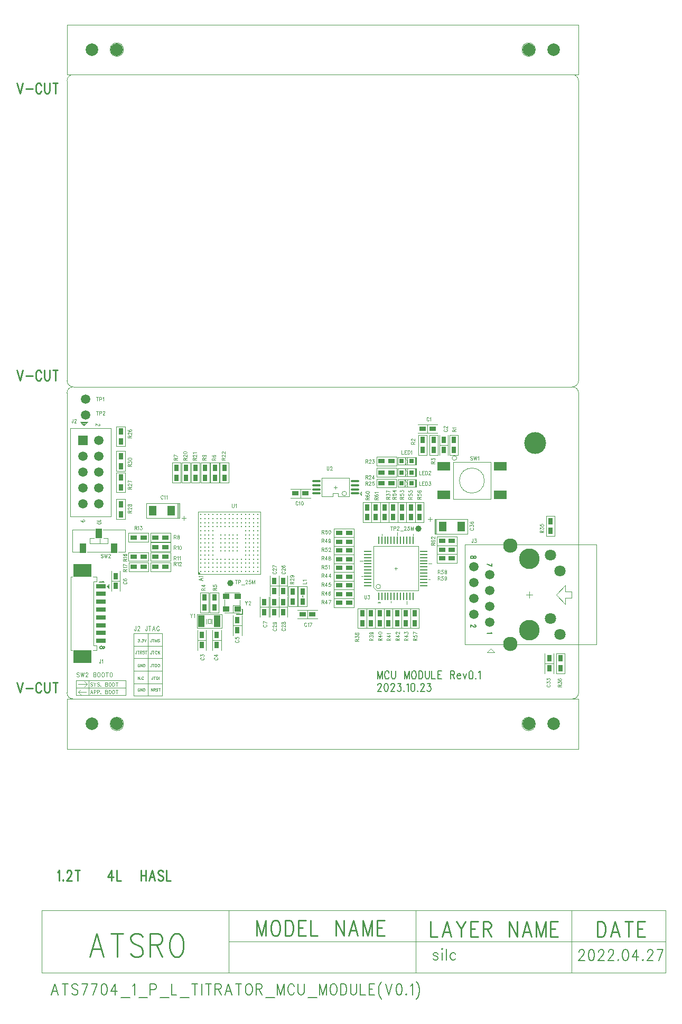
<source format=gbr>
*
*
G04 PADS VX.2.10 Build Number: 19222662 generated Gerber (RS-274-X) file*
G04 PC Version=2.1*
*
%IN "ATS7704_1_P_L_TITRATOR_"*%
*
%MOIN*%
*
%FSLAX35Y35*%
*
*
*
*
G04 PC Standard Apertures*
*
*
G04 Thermal Relief Aperture macro.*
%AMTER*
1,1,$1,0,0*
1,0,$1-$2,0,0*
21,0,$3,$4,0,0,45*
21,0,$3,$4,0,0,135*
%
*
*
G04 Annular Aperture macro.*
%AMANN*
1,1,$1,0,0*
1,0,$2,0,0*
%
*
*
G04 Odd Aperture macro.*
%AMODD*
1,1,$1,0,0*
1,0,$1-0.005,0,0*
%
*
*
G04 PC Custom Aperture Macros*
*
*
*
*
*
*
G04 PC Aperture Table*
*
%ADD010C,0.001*%
%ADD011C,0.01*%
%ADD013C,0.05906*%
%ADD015C,0.03937*%
%ADD016C,0.01181*%
%ADD017C,0.00787*%
%ADD019C,0.00394*%
%ADD051R,0.03937X0.0315*%
%ADD086C,0.07874*%
%ADD090R,0.0315X0.0315*%
%ADD091R,0.05906X0.05906*%
%ADD102C,0.07087*%
%ADD106C,0.00472*%
%ADD118C,0.12992*%
%ADD125C,0.005*%
%ADD126C,0.09055*%
%ADD127O,0.00984X0.05118*%
%ADD128O,0.05118X0.00984*%
%ADD129R,0.03937X0.06299*%
%ADD130R,0.04331X0.0748*%
%ADD131R,0.06299X0.0315*%
%ADD132R,0.11811X0.08268*%
%ADD133R,0.08268X0.05512*%
%ADD134O,0.05512X0.01299*%
%ADD135R,0.0315X0.03937*%
%ADD136R,0.03937X0.03543*%
%ADD137R,0.04724X0.06299*%
%ADD138C,0.1378*%
%ADD139C,0.00787*%
*
*
*
*
G04 PC Circuitry*
G04 Layer Name ATS7704_1_P_L_TITRATOR_ - circuitry*
%LPD*%
*
*
G04 PC Custom Flashes*
G04 Layer Name ATS7704_1_P_L_TITRATOR_ - flashes*
%LPD*%
*
*
G04 PC Circuitry*
G04 Layer Name ATS7704_1_P_L_TITRATOR_ - circuitry*
%LPD*%
*
G54D10*
G54D11*
G01X412425Y245834D02*
X408130Y230988D01*
X412425Y245834D02*
X416720Y230988D01*
X409741Y235937D02*
X415109D01*
X425310Y245834D02*
Y230988D01*
X421552Y245834D02*
X429068D01*
X441416Y243713D02*
X440342Y245127D01*
X438731Y245834*
X436584*
X434973Y245127*
X433899Y243713*
Y242299*
X434436Y240885*
X434973Y240178*
X436047Y239471*
X439268Y238058*
X440342Y237351*
X440879Y236644*
X441416Y235230*
Y233109*
X440342Y231695*
X438731Y230988*
X436584*
X434973Y231695*
X433899Y233109*
X446247Y245834D02*
Y230988D01*
Y245834D02*
X451079D01*
X452690Y245127*
X453227Y244420*
X453763Y243006*
Y241592*
X453227Y240178*
X452690Y239471*
X451079Y238765*
X446247*
X450005D02*
X453763Y230988D01*
X461816Y245834D02*
X460743Y245127D01*
X459669Y243713*
X459132Y242299*
X458595Y240178*
Y236644*
X459132Y234523*
X459669Y233109*
X460743Y231695*
X461816Y230988*
X463964*
X465038Y231695*
X466111Y233109*
X466648Y234523*
X467185Y236644*
Y240178*
X466648Y242299*
X466111Y243713*
X465038Y245127*
X463964Y245834*
X461816*
X513563Y254131D02*
Y244453D01*
Y254131D02*
X516426Y244453D01*
X519290Y254131D02*
X516426Y244453D01*
X519290Y254131D02*
Y244453D01*
X524658Y254131D02*
X523942Y253670D01*
X523227Y252749*
X522869Y251827*
X522511Y250444*
Y248140*
X522869Y246757*
X523227Y245835*
X523942Y244914*
X524658Y244453*
X526090*
X526806Y244914*
X527521Y245835*
X527879Y246757*
X528237Y248140*
Y250444*
X527879Y251827*
X527521Y252749*
X526806Y253670*
X526090Y254131*
X524658*
X531458D02*
Y244453D01*
Y254131D02*
X533964D01*
X535038Y253670*
X535753Y252749*
X536111Y251827*
X536469Y250444*
Y248140*
X536111Y246757*
X535753Y245835*
X535038Y244914*
X533964Y244453*
X531458*
X539690Y254131D02*
Y244453D01*
Y254131D02*
X544343D01*
X539690Y249522D02*
X542554D01*
X539690Y244453D02*
X544343D01*
X547564Y254131D02*
Y244453D01*
X551859*
X563312Y254131D02*
Y244453D01*
Y254131D02*
X568323Y244453D01*
Y254131D02*
Y244453D01*
X574408Y254131D02*
X571544Y244453D01*
X574408Y254131D02*
X577271Y244453D01*
X572618Y247679D02*
X576197D01*
X580492Y254131D02*
Y244453D01*
Y254131D02*
X583355Y244453D01*
X586219Y254131D02*
X583355Y244453D01*
X586219Y254131D02*
Y244453D01*
X589440Y254131D02*
Y244453D01*
Y254131D02*
X594093D01*
X589440Y249522D02*
X592303D01*
X589440Y244453D02*
X594093D01*
X623012Y253344D02*
Y243665D01*
X627307*
X633391Y253344D02*
X630528Y243665D01*
X633391Y253344D02*
X636254Y243665D01*
X631602Y246891D02*
X635181D01*
X639476Y253344D02*
X642339Y248735D01*
Y243665*
X645202Y253344D02*
X642339Y248735D01*
X648423Y253344D02*
Y243665D01*
Y253344D02*
X653076D01*
X648423Y248735D02*
X651287D01*
X648423Y243665D02*
X653076D01*
X656297Y253344D02*
Y243665D01*
Y253344D02*
X659519D01*
X660592Y252883*
X660950Y252422*
X661308Y251500*
Y250578*
X660950Y249657*
X660592Y249196*
X659519Y248735*
X656297*
X658803D02*
X661308Y243665D01*
X672761Y253344D02*
Y243665D01*
Y253344D02*
X677772Y243665D01*
Y253344D02*
Y243665D01*
X683856Y253344D02*
X680993Y243665D01*
X683856Y253344D02*
X686720Y243665D01*
X682067Y246891D02*
X685646D01*
X689941Y253344D02*
Y243665D01*
Y253344D02*
X692804Y243665D01*
X695668Y253344D02*
X692804Y243665D01*
X695668Y253344D02*
Y243665D01*
X698889Y253344D02*
Y243665D01*
Y253344D02*
X703542D01*
X698889Y248735D02*
X701752D01*
X698889Y243665D02*
X703542D01*
X728524Y253344D02*
Y243665D01*
Y253344D02*
X731029D01*
X732103Y252883*
X732819Y251961*
X733176Y251039*
X733534Y249657*
Y247352*
X733176Y245970*
X732819Y245048*
X732103Y244126*
X731029Y243665*
X728524*
X739619Y253344D02*
X736756Y243665D01*
X739619Y253344D02*
X742482Y243665D01*
X737829Y246891D02*
X741408D01*
X748209Y253344D02*
Y243665D01*
X745703Y253344D02*
X750714D01*
X753935D02*
Y243665D01*
Y253344D02*
X758588D01*
X753935Y248735D02*
X756798D01*
X753935Y243665D02*
X758588D01*
X387795Y284446D02*
X388250Y284759D01*
X388932Y285696*
Y279134*
X391204Y279759D02*
X390977Y279446D01*
X391204Y279134*
X391432Y279446*
X391204Y279759*
X393704Y284134D02*
Y284446D01*
X393932Y285071*
X394159Y285384*
X394613Y285696*
X395523*
X395977Y285384*
X396204Y285071*
X396432Y284446*
Y283821*
X396204Y283196*
X395750Y282259*
X393477Y279134*
X396659*
X400295Y285696D02*
Y279134D01*
X398704Y285696D02*
X401886D01*
X421886D02*
X419613Y281321D01*
X423023*
X421886Y285696D02*
Y279134D01*
X425068Y285696D02*
Y279134D01*
X427795*
X440295Y285696D02*
Y279134D01*
X443477Y285696D02*
Y279134D01*
X440295Y282571D02*
X443477D01*
X447341Y285696D02*
X445523Y279134D01*
X447341Y285696D02*
X449159Y279134D01*
X446204Y281321D02*
X448477D01*
X454386Y284759D02*
X453932Y285384D01*
X453250Y285696*
X452341*
X451659Y285384*
X451204Y284759*
Y284134*
X451432Y283509*
X451659Y283196*
X452113Y282884*
X453477Y282259*
X453932Y281946*
X454159Y281634*
X454386Y281009*
Y280071*
X453932Y279446*
X453250Y279134*
X452341*
X451659Y279446*
X451204Y280071*
X456432Y285696D02*
Y279134D01*
X459159*
X362205Y601051D02*
X364023Y594488D01*
X365841Y601051D02*
X364023Y594488D01*
X367887Y597301D02*
X371977D01*
X377432Y599488D02*
X377205Y600113D01*
X376750Y600738*
X376296Y601051*
X375387*
X374932Y600738*
X374477Y600113*
X374250Y599488*
X374023Y598551*
Y596988*
X374250Y596051*
X374477Y595426*
X374932Y594801*
X375387Y594488*
X376296*
X376750Y594801*
X377205Y595426*
X377432Y596051*
X379477Y601051D02*
Y596363D01*
X379705Y595426*
X380159Y594801*
X380841Y594488*
X381296*
X381977Y594801*
X382432Y595426*
X382659Y596363*
Y601051*
X386296D02*
Y594488D01*
X384705Y601051D02*
X387887D01*
X362205Y782153D02*
X364023Y775591D01*
X365841Y782153D02*
X364023Y775591D01*
X367887Y778403D02*
X371977D01*
X377432Y780591D02*
X377205Y781216D01*
X376750Y781841*
X376296Y782153*
X375387*
X374932Y781841*
X374477Y781216*
X374250Y780591*
X374023Y779653*
Y778091*
X374250Y777153*
X374477Y776528*
X374932Y775903*
X375387Y775591*
X376296*
X376750Y775903*
X377205Y776528*
X377432Y777153*
X379477Y782153D02*
Y777466D01*
X379705Y776528*
X380159Y775903*
X380841Y775591*
X381296*
X381977Y775903*
X382432Y776528*
X382659Y777466*
Y782153*
X386296D02*
Y775591D01*
X384705Y782153D02*
X387887D01*
X362205Y404200D02*
X364023Y397638D01*
X365841Y404200D02*
X364023Y397638D01*
X367887Y400450D02*
X371977D01*
X377432Y402638D02*
X377205Y403263D01*
X376750Y403888*
X376296Y404200*
X375387*
X374932Y403888*
X374477Y403263*
X374250Y402638*
X374023Y401700*
Y400138*
X374250Y399200*
X374477Y398575*
X374932Y397950*
X375387Y397638*
X376296*
X376750Y397950*
X377205Y398575*
X377432Y399200*
X379477Y404200D02*
Y399513D01*
X379705Y398575*
X380159Y397950*
X380841Y397638*
X381296*
X381977Y397950*
X382432Y398575*
X382659Y399513*
Y404200*
X386296D02*
Y397638D01*
X384705Y404200D02*
X387887D01*
G54D13*
X660433Y441949D03*
X650433Y446949D03*
X660433Y451949D03*
X650433Y456949D03*
X660433Y461949D03*
X650433Y466949D03*
X660433Y471949D03*
X650433Y476949D03*
X413661Y556614D03*
X403661Y546614D03*
X413661D03*
X403661Y536614D03*
X413661D03*
X403661Y526614D03*
X413661D03*
X403661Y516614D03*
X413661D03*
X405512Y582677D03*
Y572835D03*
G54D15*
X615551Y500984D03*
X496850Y466929D03*
X425197Y803150D03*
X685039D03*
X425197Y377953D03*
X685039D03*
G54D16*
X478150Y474213D03*
Y476772D03*
Y479331D03*
Y481890D03*
Y484449D03*
Y487008D03*
Y489567D03*
Y492126D03*
Y494685D03*
Y497244D03*
Y499803D03*
Y502362D03*
Y504921D03*
Y507480D03*
Y510039D03*
X480709Y474213D03*
Y476772D03*
Y479331D03*
Y481890D03*
Y484449D03*
Y487008D03*
Y489567D03*
Y492126D03*
Y494685D03*
Y497244D03*
Y499803D03*
Y502362D03*
Y504921D03*
Y507480D03*
Y510039D03*
X483268Y474213D03*
Y476772D03*
Y479331D03*
Y481890D03*
Y484449D03*
Y487008D03*
Y489567D03*
Y492126D03*
Y494685D03*
Y497244D03*
Y499803D03*
Y502362D03*
Y504921D03*
Y507480D03*
Y510039D03*
X485827Y474213D03*
Y476772D03*
Y479331D03*
Y481890D03*
Y484449D03*
Y487008D03*
Y489567D03*
Y492126D03*
Y494685D03*
Y497244D03*
Y499803D03*
Y502362D03*
Y504921D03*
Y507480D03*
Y510039D03*
X488386Y474213D03*
Y476772D03*
Y479331D03*
Y481890D03*
Y502362D03*
Y504921D03*
Y507480D03*
Y510039D03*
X490945Y474213D03*
Y476772D03*
Y479331D03*
Y481890D03*
Y487008D03*
Y489567D03*
Y492126D03*
Y494685D03*
Y497244D03*
Y502362D03*
Y504921D03*
Y507480D03*
Y510039D03*
X493504Y474213D03*
Y476772D03*
Y479331D03*
Y481890D03*
Y487008D03*
Y489567D03*
Y492126D03*
Y494685D03*
Y497244D03*
Y502362D03*
Y504921D03*
Y507480D03*
Y510039D03*
X496063Y474213D03*
Y476772D03*
Y479331D03*
Y481890D03*
Y487008D03*
Y489567D03*
Y492126D03*
Y494685D03*
Y497244D03*
Y502362D03*
Y504921D03*
Y507480D03*
Y510039D03*
X498622Y474213D03*
Y476772D03*
Y479331D03*
Y481890D03*
Y487008D03*
Y489567D03*
Y492126D03*
Y494685D03*
Y497244D03*
Y502362D03*
Y504921D03*
Y507480D03*
Y510039D03*
X501181Y474213D03*
Y476772D03*
Y479331D03*
Y481890D03*
Y487008D03*
Y489567D03*
Y492126D03*
Y494685D03*
Y497244D03*
Y502362D03*
Y504921D03*
Y507480D03*
Y510039D03*
X503740Y474213D03*
Y476772D03*
Y479331D03*
Y481890D03*
Y502362D03*
Y504921D03*
Y507480D03*
Y510039D03*
X506299Y474213D03*
Y476772D03*
Y479331D03*
Y481890D03*
Y484449D03*
Y487008D03*
Y489567D03*
Y492126D03*
Y494685D03*
Y497244D03*
Y499803D03*
Y502362D03*
Y504921D03*
Y507480D03*
Y510039D03*
X508858Y474213D03*
Y476772D03*
Y479331D03*
Y481890D03*
Y484449D03*
Y487008D03*
Y489567D03*
Y492126D03*
Y494685D03*
Y497244D03*
Y499803D03*
Y502362D03*
Y504921D03*
Y507480D03*
Y510039D03*
X511417Y474213D03*
Y476772D03*
Y479331D03*
Y481890D03*
Y484449D03*
Y487008D03*
Y489567D03*
Y492126D03*
Y494685D03*
Y497244D03*
Y499803D03*
Y502362D03*
Y504921D03*
Y507480D03*
Y510039D03*
X513976Y474213D03*
Y476772D03*
Y479331D03*
Y481890D03*
Y484449D03*
Y487008D03*
Y489567D03*
Y492126D03*
Y494685D03*
Y497244D03*
Y499803D03*
Y502362D03*
Y504921D03*
Y507480D03*
Y510039D03*
G54D17*
X627827Y232781D02*
X627558Y233470D01*
X626753Y233815*
X625948*
X625142Y233470*
X624874Y232781*
X625142Y232093*
X625679Y231748*
X627021Y231404*
X627558Y231059*
X627827Y230370*
Y230026*
X627558Y229337*
X626753Y228992*
X625948*
X625142Y229337*
X624874Y230026*
X630243Y236226D02*
X630511Y235882D01*
X630780Y236226*
X630511Y236571*
X630243Y236226*
X630511Y233815D02*
Y228992D01*
X633195Y236226D02*
Y228992D01*
X638832Y232781D02*
X638296Y233470D01*
X637759Y233815*
X636953*
X636417Y233470*
X635880Y232781*
X635611Y231748*
Y231059*
X635880Y230026*
X636417Y229337*
X636953Y228992*
X637759*
X638296Y229337*
X638832Y230026*
X716875Y234110D02*
Y234455D01*
X717143Y235144*
X717412Y235488*
X717948Y235833*
X719022*
X719559Y235488*
X719827Y235144*
X720096Y234455*
Y233766*
X719827Y233077*
X719291Y232043*
X716606Y228598*
X720364*
X724391Y235833D02*
X723586Y235488D01*
X723049Y234455*
X722780Y232732*
Y231699*
X723049Y229976*
X723586Y228943*
X724391Y228598*
X724928*
X725733Y228943*
X726270Y229976*
X726538Y231699*
Y232732*
X726270Y234455*
X725733Y235488*
X724928Y235833*
X724391*
X729223Y234110D02*
Y234455D01*
X729491Y235144*
X729759Y235488*
X730296Y235833*
X731370*
X731907Y235488*
X732175Y235144*
X732444Y234455*
Y233766*
X732175Y233077*
X731639Y232043*
X728954Y228598*
X732712*
X735397Y234110D02*
Y234455D01*
X735665Y235144*
X735933Y235488*
X736470Y235833*
X737544*
X738081Y235488*
X738349Y235144*
X738618Y234455*
Y233766*
X738349Y233077*
X737812Y232043*
X735128Y228598*
X738886*
X741571Y229287D02*
X741302Y228943D01*
X741571Y228598*
X741839Y228943*
X741571Y229287*
X745865Y235833D02*
X745060Y235488D01*
X744523Y234455*
X744255Y232732*
Y231699*
X744523Y229976*
X745060Y228943*
X745865Y228598*
X746402*
X747208Y228943*
X747744Y229976*
X748013Y231699*
Y232732*
X747744Y234455*
X747208Y235488*
X746402Y235833*
X745865*
X753113D02*
X750429Y231010D01*
X754455*
X753113Y235833D02*
Y228598D01*
X757140Y229287D02*
X756871Y228943D01*
X757140Y228598*
X757408Y228943*
X757140Y229287*
X760092Y234110D02*
Y234455D01*
X760361Y235144*
X760629Y235488*
X761166Y235833*
X762240*
X762777Y235488*
X763045Y235144*
X763314Y234455*
Y233766*
X763045Y233077*
X762508Y232043*
X759824Y228598*
X763582*
X769756Y235833D02*
X767072Y228598D01*
X765998Y235833D02*
X769756D01*
X589764Y411467D02*
Y406299D01*
Y411467D02*
X591195Y406299D01*
X592627Y411467D02*
X591195Y406299D01*
X592627Y411467D02*
Y406299D01*
X596922Y410236D02*
X596743Y410728D01*
X596385Y411220*
X596027Y411467*
X595311*
X594953Y411220*
X594596Y410728*
X594417Y410236*
X594238Y409498*
Y408268*
X594417Y407530*
X594596Y407037*
X594953Y406545*
X595311Y406299*
X596027*
X596385Y406545*
X596743Y407037*
X596922Y407530*
X598533Y411467D02*
Y407776D01*
X598712Y407037*
X599069Y406545*
X599606Y406299*
X599964*
X600501Y406545*
X600859Y407037*
X601038Y407776*
Y411467*
X606764D02*
Y406299D01*
Y411467D02*
X608196Y406299D01*
X609628Y411467D02*
X608196Y406299D01*
X609628Y411467D02*
Y406299D01*
X612312Y411467D02*
X611954Y411220D01*
X611596Y410728*
X611417Y410236*
X611238Y409498*
Y408268*
X611417Y407530*
X611596Y407037*
X611954Y406545*
X612312Y406299*
X613028*
X613386Y406545*
X613744Y407037*
X613923Y407530*
X614102Y408268*
Y409498*
X613923Y410236*
X613744Y410728*
X613386Y411220*
X613028Y411467*
X612312*
X615712D02*
Y406299D01*
Y411467D02*
X616965D01*
X617502Y411220*
X617860Y410728*
X618039Y410236*
X618218Y409498*
Y408268*
X618039Y407530*
X617860Y407037*
X617502Y406545*
X616965Y406299*
X615712*
X619828Y411467D02*
Y407776D01*
X620007Y407037*
X620365Y406545*
X620902Y406299*
X621260*
X621797Y406545*
X622155Y407037*
X622334Y407776*
Y411467*
X623944D02*
Y406299D01*
X626092*
X627702Y411467D02*
Y406299D01*
Y411467D02*
X630029D01*
X627702Y409006D02*
X629134D01*
X627702Y406299D02*
X630029D01*
X635755Y411467D02*
Y406299D01*
Y411467D02*
X637366D01*
X637903Y411220*
X638082Y410974*
X638261Y410482*
Y409990*
X638082Y409498*
X637903Y409252*
X637366Y409006*
X635755*
X637008D02*
X638261Y406299D01*
X639871Y408268D02*
X642019D01*
Y408760*
X641840Y409252*
X641661Y409498*
X641303Y409744*
X640766*
X640408Y409498*
X640050Y409006*
X639871Y408268*
Y407776*
X640050Y407037*
X640408Y406545*
X640766Y406299*
X641303*
X641661Y406545*
X642019Y407037*
X643629Y409744D02*
X644703Y406299D01*
X645777Y409744D02*
X644703Y406299D01*
X648461Y411467D02*
X647924Y411220D01*
X647566Y410482*
X647387Y409252*
Y408514*
X647566Y407283*
X647924Y406545*
X648461Y406299*
X648819*
X649356Y406545*
X649714Y407283*
X649893Y408514*
Y409252*
X649714Y410482*
X649356Y411220*
X648819Y411467*
X648461*
X651682Y406791D02*
X651503Y406545D01*
X651682Y406299*
X651861Y406545*
X651682Y406791*
X653472Y410482D02*
X653830Y410728D01*
X654366Y411467*
X654366D02*
Y406299D01*
X589943Y402362D02*
Y402608D01*
X590122Y403100*
X590301Y403346*
X590659Y403593*
X591374*
X591732Y403346*
X591911Y403100*
X592090Y402608*
Y402116*
X591911Y401624*
X591553Y400886*
X589764Y398425*
X592269*
X594953Y403593D02*
X594417Y403346D01*
X594059Y402608*
X593880Y401378*
Y400640*
X594059Y399409*
X594417Y398671*
X594953Y398425*
X595311*
X595848Y398671*
X596206Y399409*
X596385Y400640*
Y401378*
X596206Y402608*
X595848Y403346*
X595311Y403593*
X594953*
X598175Y402362D02*
Y402608D01*
X598354Y403100*
X598533Y403346*
X598890Y403593*
X599606*
X599964Y403346*
X600143Y403100*
X600322Y402608*
Y402116*
X600143Y401624*
X599785Y400886*
X597996Y398425*
X600501*
X602470Y403593D02*
X604438D01*
X603364Y401624*
X603901*
X604259Y401378*
X604438Y401132*
X604617Y400394*
Y399902*
X604438Y399163*
X604080Y398671*
X603543Y398425*
X603006*
X602470Y398671*
X602291Y398917*
X602112Y399409*
X606407Y398917D02*
X606228Y398671D01*
X606407Y398425*
X606586Y398671*
X606407Y398917*
X608196Y402608D02*
X608554Y402854D01*
X609091Y403593*
Y398425*
X611775Y403593D02*
X611238Y403346D01*
X610880Y402608*
X610702Y401378*
Y400640*
X610880Y399409*
X611238Y398671*
X611775Y398425*
X612133*
X612670Y398671*
X613028Y399409*
X613207Y400640*
Y401378*
X613028Y402608*
X612670Y403346*
X612133Y403593*
X611775*
X614996Y398917D02*
X614817Y398671D01*
X614996Y398425*
X615175Y398671*
X614996Y398917*
X616965Y402362D02*
Y402608D01*
X617144Y403100*
X617323Y403346*
X617681Y403593*
X618397*
X618754Y403346*
X618933Y403100*
X619112Y402608*
Y402116*
X618933Y401624*
X618576Y400886*
X616786Y398425*
X619291*
X621260Y403593D02*
X623228D01*
X622155Y401624*
X622691*
X623049Y401378*
X623228Y401132*
X623407Y400394*
Y399902*
X623228Y399163*
X622870Y398671*
X622334Y398425*
X621797*
X621260Y398671*
X621081Y398917*
X620902Y399409*
G54D19*
X727913Y490945D02*
Y427953D01*
X644685*
Y490945*
X727913*
X663386Y423228D02*
X661024Y425591D01*
X658661Y423228*
X663386*
X712165Y461417D02*
X708228D01*
Y465354*
X702323Y459449*
X708228Y453543*
Y457480*
X712165*
Y461417*
X716417Y488976D02*
Y429921D01*
X687402Y459449D02*
X685433D01*
Y457480*
Y461417D02*
Y459449D01*
X683465*
X615354Y462205D02*
Y490157D01*
X587008*
Y464173*
X588976Y462205*
X615354*
X600394Y475984D02*
X601969D01*
X601181Y475197D02*
Y476772D01*
X590551Y455118D02*
X589764Y454331D01*
X591339*
X590551Y455118*
X598228Y455315D02*
Y454331D01*
X608071Y455315D02*
Y453346D01*
X621850Y469094D02*
X622835D01*
X621850Y478937D02*
X623819D01*
X612008Y496654D02*
Y497638D01*
X602165Y496654D02*
Y498622D01*
X592323Y496654D02*
Y497638D01*
X580512Y480906D02*
X578543D01*
X580512Y471063D02*
X579528D01*
X591577Y464567D02*
G75*
G03X591577I-1420J0D01*
G01X476378Y472441D02*
Y511811D01*
X515748*
Y472441*
X476378*
Y474016D02*
X477953Y472441D01*
X476378Y473622D02*
X477559Y472441D01*
X476378Y473228D02*
X477165Y472441D01*
X476378Y472835D02*
X476772Y472441D01*
X421063Y486535D02*
X406496D01*
X401378D02*
X397047D01*
Y500315*
X411220*
X416339D02*
X430512D01*
Y486535*
X426181*
X416929Y495000D02*
X419291D01*
Y491850*
X408268*
Y495000*
X410630*
X414567Y491850D02*
Y494606D01*
X481693Y444016D02*
Y441260D01*
X485236Y444016D02*
Y441260D01*
X482717Y443937D02*
X484331D01*
Y441378*
X482717*
Y443937*
X475669Y446969D02*
X491417D01*
Y438307*
X475669*
Y446969*
X409961Y470768D02*
X412598D01*
Y467815*
X410433*
Y427264*
X412598*
Y424508*
X409961*
X396961Y470768D02*
X396063D01*
Y424508*
X396961*
X418761Y464687D02*
X420011Y465937D01*
Y463437*
X418761Y464687*
X419155D02*
X419685Y465217D01*
Y464156*
X419155Y464687*
X421614Y564567D02*
Y508661D01*
X395709*
Y564567*
X421614*
X404764Y566417D02*
X403976D01*
X403583Y566811*
X405157*
X405551Y567205*
X403189*
X402795Y567598*
X405945*
X406339Y567992*
X402402*
X404370Y566024D02*
X406732Y568386D01*
X402008*
X404370Y566024*
X657087Y531417D02*
G03X657087I-7874J0D01*
G01X637402Y543228D02*
X661024D01*
Y519606*
X637402*
Y543228*
X639608Y545591D02*
G03X639608I-1419J0D01*
G01X563189Y526220D02*
Y528189D01*
X562205Y527205D02*
X564173D01*
X554528Y521299D02*
X561565D01*
Y523268*
X564813*
Y521299*
X571850*
Y533110*
X554528*
Y521299*
X570120Y523268D02*
G03X570120I-1419J0D01*
G01X578543D02*
X579331Y522087D01*
Y524449*
X578543Y523268*
X578937Y523661D02*
Y522874D01*
X627559Y561319D02*
X614961D01*
X621260D02*
Y566831D01*
X627559D02*
X614961D01*
X534803Y526063D02*
X547401D01*
X541102D02*
Y520551D01*
X534803D02*
X547401D01*
X551771Y444291D02*
X539173D01*
X545472D02*
Y449803D01*
X551771D02*
X539173D01*
X634252Y560138D02*
Y547540D01*
Y553839D02*
X628740D01*
Y560138D02*
Y547540D01*
X532835Y471319D02*
Y458721D01*
Y465020D02*
X527323D01*
Y471319D02*
Y458721D01*
Y471319D02*
Y458721D01*
Y465020D02*
X521811D01*
Y471319D02*
Y458721D01*
X527323Y445335D02*
Y457933D01*
Y451634D02*
X532835D01*
Y445335D02*
Y457933D01*
X521811Y445335D02*
Y457933D01*
Y451634D02*
X527323D01*
Y445335D02*
Y457933D01*
X481575Y437126D02*
Y424528D01*
Y430827D02*
X476063D01*
Y437126D02*
Y424528D01*
X700787Y422441D02*
Y409843D01*
Y416142D02*
X695275D01*
Y422441D02*
Y409843D01*
X491024Y437126D02*
Y424528D01*
Y430827D02*
X485512D01*
Y437126D02*
Y424528D01*
X498504Y433858D02*
Y446456D01*
Y440157D02*
X504016D01*
Y433858D02*
Y446456D01*
X427165Y474409D02*
Y461811D01*
Y468110D02*
X421653D01*
Y474409D02*
Y461811D01*
X515512Y445335D02*
Y457933D01*
Y451634D02*
X521024D01*
Y445335D02*
Y457933D01*
X500551Y447559D02*
Y447362D01*
X504488*
Y450512*
X503898*
X504094D02*
Y447559D01*
X500551*
Y446969*
X504488*
Y450315*
X502520Y448150D02*
X493071D01*
Y460748D02*
X502520D01*
X502913Y452480D02*
Y456024D01*
X493071Y452480D02*
Y456417D01*
X498583Y448543D02*
Y452874D01*
X502520*
X545118Y452107D02*
Y464705D01*
X539606Y452107D02*
Y464705D01*
X545118*
Y452107D02*
X539606D01*
X542362Y457815D02*
Y458012D01*
Y458997D02*
Y458800D01*
X542756Y458406D02*
G03X542362Y458012I-295J-99D01*
G01Y458800D02*
G03X542756Y458406I99J-296D01*
G01X613484Y541319D02*
Y546043D01*
X613878Y541319D02*
X602461D01*
Y546043*
X613878*
Y541319*
X613484D02*
X608563D01*
Y546043*
X613484*
Y541319*
X606988Y541516D02*
X608465Y543484D01*
X606988Y545846*
Y541516*
X613878Y541319D02*
X614272D01*
Y546043*
X613878*
X613484Y534232D02*
Y538957D01*
X613878Y534232D02*
X602461D01*
Y538957*
X613878*
Y534232*
X613484D02*
X608563D01*
Y538957*
X613484*
Y534232*
X606988Y534429D02*
X608465Y536398D01*
X606988Y538760*
Y534429*
X613878Y534232D02*
X614272D01*
Y538957*
X613878*
X613406Y527421D02*
Y532146D01*
X613799Y527421D02*
X602382D01*
Y532146*
X613799*
Y527421*
X613406D02*
X608484D01*
Y532146*
X613406*
Y527421*
X606909Y527618D02*
X608386Y529587D01*
X606909Y531949*
Y527618*
X613799Y527421D02*
X614193D01*
Y532146*
X613799*
X635039Y547540D02*
Y560138D01*
X640551*
Y547540*
X635039*
X446457Y492284D02*
X459055D01*
Y486772*
X446457*
Y492284*
Y486221D02*
X459055D01*
Y480709*
X446457*
Y486221*
Y479725D02*
X459055D01*
Y474213*
X446457*
Y479725*
X445197Y492835D02*
X432599D01*
Y498347*
X445197*
Y492835*
Y480709D02*
X432599D01*
Y486221*
X445197*
Y480709*
X445275Y474213D02*
X432677D01*
Y479725*
X445275*
Y474213*
X620866Y560138D02*
Y547540D01*
X615354*
Y560138*
X620866*
X471536Y542598D02*
Y530000D01*
X466024*
Y542598*
X471536*
X477599D02*
Y530000D01*
X472087*
Y542598*
X477599*
X495787D02*
Y530000D01*
X490275*
Y542598*
X495787*
X589075Y546437D02*
X601673D01*
Y540925*
X589075*
Y546437*
Y539350D02*
X601673D01*
Y533838*
X589075*
Y539350*
X588996Y532539D02*
X601594D01*
Y527027*
X588996*
Y532539*
X424882Y552953D02*
Y565551D01*
X430394*
Y552953*
X424882*
Y523937D02*
Y536535D01*
X430394*
Y523937*
X424882*
X430394Y519645D02*
Y507047D01*
X424882*
Y519645*
X430394*
X538976Y464705D02*
Y452107D01*
X533464*
Y464705*
X538976*
X627953Y560138D02*
Y547540D01*
X622441*
Y560138*
X627953*
X424882Y537362D02*
Y549960D01*
X430394*
Y537362*
X424882*
X701575Y509055D02*
Y496457D01*
X696063*
Y509055*
X701575*
X702362Y409843D02*
Y422441D01*
X707874*
Y409843*
X702362*
X596850Y517716D02*
Y505118D01*
X591338*
Y517716*
X596850*
X582736Y450886D02*
Y438288D01*
X577224*
Y450886*
X582736*
X588248D02*
Y438288D01*
X582736*
Y450886*
X588248*
X483150Y460748D02*
Y448150D01*
X477638*
Y460748*
X483150*
X593760Y450886D02*
Y438288D01*
X588248*
Y450886*
X593760*
X599272D02*
Y438288D01*
X593760*
Y450886*
X599272*
X604784D02*
Y438288D01*
X599272*
Y450886*
X604784*
X610295D02*
Y438288D01*
X604783*
Y450886*
X610295*
X574803Y468110D02*
X562205D01*
Y473622*
X574803*
Y468110*
Y462598D02*
X562205D01*
Y468110*
X574803*
Y462598*
Y457087D02*
X562205D01*
Y462599*
X574803*
Y457087*
Y451575D02*
X562205D01*
Y457087*
X574803*
Y451575*
Y479134D02*
X562205D01*
Y484646*
X574803*
Y479134*
Y490157D02*
X562205D01*
Y495669*
X574803*
Y490157*
X489449Y460748D02*
Y448150D01*
X483937*
Y460748*
X489449*
X574803Y495669D02*
X562205D01*
Y501181*
X574803*
Y495669*
Y473622D02*
X562205D01*
Y479134*
X574803*
Y473622*
Y484646D02*
X562205D01*
Y490158*
X574803*
Y484646*
X607874Y517716D02*
Y505118D01*
X602362*
Y517716*
X607874*
X596850Y505118D02*
Y517716D01*
X602362*
Y505118*
X596850*
X613386Y517716D02*
Y505118D01*
X607874*
Y517716*
X613386*
X618898D02*
Y505118D01*
X613386*
Y517716*
X618898*
X615807Y450886D02*
Y438288D01*
X610295*
Y450886*
X615807*
X639764Y485039D02*
X627166D01*
Y490551*
X639764*
Y485039*
Y479527D02*
X627166D01*
Y485039*
X639764*
Y479527*
X484213Y530000D02*
Y542598D01*
X489725*
Y530000*
X484213*
X585827Y517716D02*
Y505118D01*
X580315*
Y517716*
X585827*
Y505118D02*
Y517716D01*
X591339*
Y505118*
X585827*
X627166Y496063D02*
X639764D01*
Y490551*
X627166*
Y496063*
X459961Y530000D02*
Y542598D01*
X465473*
Y530000*
X459961*
X446457Y498347D02*
X459055D01*
Y492835*
X446457*
Y498347*
X478150Y530000D02*
Y542598D01*
X483662*
Y530000*
X478150*
X468779Y507756D02*
X466024D01*
X467402Y509134D02*
Y506378D01*
X463465Y507756D02*
X443779D01*
Y517204*
X463465*
Y507756*
X464646*
Y517204*
X463465*
Y507756*
X464252*
Y517204*
X463858*
X464252*
X463858*
X621497Y507126D02*
X624252D01*
X622874Y505748D02*
Y508504D01*
X626811Y507126D02*
X646497D01*
Y497678*
X626811*
Y507126*
X625630*
Y497678*
X626811*
Y507126*
X626024*
Y497678*
X626418*
X626024*
X626418*
X429455Y803150D02*
G03X429455I-4258J0D01*
G01X689298D02*
G03X689298I-4259J0D01*
G01X429455Y377953D02*
G03X429455I-4258J0D01*
G01X689298D02*
G03X689298I-4259J0D01*
G01X649911Y494648D02*
Y492876D01*
X649821Y492544*
X649732Y492434*
X649553Y492323*
X649374*
X649195Y492434*
X649105Y492544*
X649016Y492876*
Y493098*
X650895Y494648D02*
X651879D01*
X651342Y493762*
X651611*
X651790Y493652*
X651879Y493541*
X651969Y493209*
Y492987*
X651879Y492655*
X651700Y492434*
X651432Y492323*
X651163*
X650895Y492434*
X650805Y492544*
X650716Y492766*
X581299Y459215D02*
Y457554D01*
X581389Y457222*
X581568Y457000*
X581836Y456890*
X582015*
X582283Y457000*
X582462Y457222*
X582552Y457554*
Y459215*
X583536D02*
X584520D01*
X583984Y458329*
X584252*
X584431Y458219*
X584520Y458108*
X584610Y457776*
Y457554*
X584520Y457222*
X584341Y457000*
X584073Y456890*
X583805*
X583536Y457000*
X583447Y457111*
X583357Y457333*
X497835Y516695D02*
Y515034D01*
X497924Y514702*
X498103Y514481*
X498372Y514370*
X498550*
X498819Y514481*
X498998Y514702*
X499087Y515034*
Y516695*
X499893Y516252D02*
X500072Y516363D01*
X500340Y516695*
Y514370*
X416410Y484867D02*
X416231Y485089D01*
X415963Y485199*
X415605*
X415336Y485089*
X415157Y484867*
Y484646*
X415247Y484424*
X415336Y484313*
X415515Y484203*
X416052Y483981*
X416231Y483871*
X416321Y483760*
X416410Y483538*
Y483206*
X416231Y482985*
X415963Y482874*
X415605*
X415336Y482985*
X415157Y483206*
X417215Y485199D02*
X417663Y482874D01*
X418110Y485199D02*
X417663Y482874D01*
X418110Y485199D02*
X418558Y482874D01*
X419005Y485199D02*
X418558Y482874D01*
X419900Y484646D02*
Y484756D01*
X419989Y484978*
X420079Y485089*
X420258Y485199*
X420616*
X420795Y485089*
X420884Y484978*
X420974Y484756*
Y484535*
X420884Y484313*
X420705Y483981*
X419810Y482874*
X421063*
X471457Y447404D02*
X472173Y446297D01*
Y445079*
X472888Y447404D02*
X472173Y446297D01*
X473694Y446961D02*
X473873Y447072D01*
X474141Y447404*
Y445079*
X414871Y418664D02*
Y416892D01*
X414782Y416560*
X414692Y416449*
X414513Y416339*
X414334*
X414155Y416449*
X414066Y416560*
X413976Y416892*
Y417114*
X415676Y418221D02*
X415855Y418332D01*
X416124Y418664*
Y416339*
X397548Y570239D02*
Y568467D01*
X397459Y568135*
X397369Y568024*
X397190Y567913*
X397011*
X396832Y568024*
X396832D02*
X396743Y568135D01*
X396654Y568467*
Y568688*
X398443Y569685D02*
Y569796D01*
X398533Y570017*
X398622Y570128*
X398801Y570239*
X399159*
X399338Y570128*
X399427Y570017*
X399517Y569796*
Y569574*
X399427Y569353*
X399248Y569021*
X398354Y567913*
X399606*
X649481Y546284D02*
X649302Y546506D01*
X649034Y546617*
X648676*
X648407Y546506*
X648228Y546284*
Y546063*
X648318Y545842*
X648407Y545731*
X648586Y545620*
X649123Y545399*
X649302Y545288*
X649392Y545177*
X649481Y544956*
Y544624*
X649302Y544402*
X649034Y544291*
X648676*
X648407Y544402*
X648228Y544624*
X650286Y546617D02*
X650734Y544291D01*
X651181Y546617D02*
X650734Y544291D01*
X651181Y546617D02*
X651628Y544291D01*
X652076Y546617D02*
X651628Y544291D01*
X652881Y546174D02*
X653060Y546284D01*
X653329Y546617*
Y544291*
X557677Y540317D02*
Y538656D01*
X557767Y538324*
X557946Y538103*
X558214Y537992*
X558393*
X558661Y538103*
X558840Y538324*
X558930Y538656*
Y540317*
X559825Y539764D02*
Y539875D01*
X559914Y540096*
X560004Y540207*
X560183Y540317*
X560540*
X560719Y540207*
X560809Y540096*
X560898Y539875*
Y539653*
X560809Y539432*
X560630Y539099*
X559735Y537992*
X560988*
X622011Y570768D02*
X621922Y570989D01*
X621743Y571211*
X621564Y571321*
X621206*
X621027Y571211*
X620848Y570989*
X620759Y570768*
X620669Y570436*
Y569882*
X620759Y569550*
X620848Y569328*
X621027Y569107*
X621206Y568996*
X621564*
X621743Y569107*
X621922Y569328*
X622011Y569550*
X622817Y570878D02*
X622996Y570989D01*
X623264Y571321*
Y568996*
X539334Y517717D02*
X539245Y517938D01*
X539066Y518159*
X538887Y518270*
X538529*
X538350Y518159*
X538171Y517938*
X538082Y517717*
X537992Y517384*
Y516831*
X538082Y516499*
X538171Y516277*
X538350Y516056*
X538529Y515945*
X538887*
X539066Y516056*
X539245Y516277*
X539334Y516499*
X540140Y517827D02*
X540319Y517938D01*
X540587Y518270*
Y515945*
X541929Y518270D02*
X541661Y518159D01*
X541482Y517827*
X541392Y517274*
Y516941*
X541482Y516388*
X541661Y516056*
X541929Y515945*
X542108*
X542377Y516056*
X542555Y516388*
X542645Y516941*
Y517274*
X542555Y517827*
X542377Y518159*
X542108Y518270*
X541929*
X544846Y441339D02*
X544757Y441560D01*
X544578Y441781*
X544399Y441892*
X544041*
X543862Y441781*
X543683Y441560*
X543593Y441339*
X543504Y441006*
Y440453*
X543593Y440121*
X543683Y439899*
X543862Y439678*
X544041Y439567*
X544399*
X544578Y439678*
X544757Y439899*
X544846Y440121*
X545651Y441449D02*
X545830Y441560D01*
X546099Y441892*
Y439567*
X548157Y441892D02*
X547262Y439567D01*
X546904Y441892D02*
X548157D01*
X631890Y563744D02*
X631668Y563654D01*
X631447Y563475*
X631336Y563296*
Y562938*
X631447Y562759*
X631668Y562581*
X631890Y562491*
X632222Y562402*
X632776*
X633108Y562491*
X633329Y562581*
X633551Y562759*
X633661Y562938*
Y563296*
X633551Y563475*
X633329Y563654*
X633108Y563744*
X631890Y564639D02*
X631779D01*
X631558Y564728*
X631447Y564817*
X631336Y564996*
Y565354*
X631447Y565533*
X631558Y565623*
X631779Y565712*
X632000*
X632222Y565623*
X632554Y565444*
X633661Y564549*
Y565802*
X529528Y473980D02*
X529306Y473890D01*
X529085Y473712*
X528974Y473533*
Y473175*
X529085Y472996*
X529306Y472817*
X529528Y472727*
X529860Y472638*
X530413*
X530746Y472727*
X530967Y472817*
X531188Y472996*
X531299Y473175*
Y473533*
X531188Y473712*
X530967Y473890*
X530746Y473980*
X529528Y474875D02*
X529417D01*
X529195Y474964*
X529085Y475054*
X528974Y475233*
Y475591*
X529085Y475770*
X529195Y475859*
X529417Y475948*
X529638*
X529860Y475859*
X530192Y475680*
X531299Y474785*
Y476038*
X529306Y477917D02*
X529085Y477827D01*
X528974Y477559*
Y477380*
X529085Y477112*
X529417Y476933*
X529970Y476843*
X530524*
X530967Y476933*
X531188Y477112*
X531299Y477380*
Y477470*
X531188Y477738*
X530967Y477917*
X530635Y478006*
X530524*
X530192Y477917*
X529970Y477738*
X529860Y477470*
Y477380*
X529970Y477112*
X530192Y476933*
X530524Y476843*
X524016Y473980D02*
X523794Y473890D01*
X523573Y473712*
X523462Y473533*
Y473175*
X523573Y472996*
X523794Y472817*
X524016Y472727*
X524348Y472638*
X524902*
X525234Y472727*
X525455Y472817*
X525677Y472996*
X525787Y473175*
Y473533*
X525677Y473712*
X525455Y473890*
X525234Y473980*
X524016Y474875D02*
X523905D01*
X523684Y474964*
X523573Y475054*
X523462Y475233*
Y475591*
X523573Y475770*
X523684Y475859*
X523905Y475948*
X524126*
X524348Y475859*
X524680Y475680*
X525787Y474785*
Y476038*
X523462Y478096D02*
X525787Y477201D01*
X523462Y476843D02*
Y478096D01*
X529685Y438212D02*
X529464Y438123D01*
X529242Y437944*
X529131Y437765*
Y437407*
X529242Y437228*
X529464Y437049*
X529685Y436960*
X530017Y436870*
X530571*
X530903Y436960*
X531125Y437049*
X531346Y437228*
X531457Y437407*
Y437765*
X531346Y437944*
X531125Y438123*
X530903Y438212*
X529685Y439107D02*
X529574D01*
X529353Y439196*
X529242Y439286*
X529131Y439465*
Y439823*
X529242Y440002*
X529353Y440091*
X529574Y440181*
X529796*
X530017Y440091*
X530349Y439912*
X531457Y439018*
Y440270*
X529131Y441523D02*
X529242Y441254D01*
X529464Y441165*
X529685*
X529906Y441254*
X530017Y441433*
X530128Y441791*
X530239Y442060*
X530460Y442239*
X530682Y442328*
X531014*
X531235Y442239*
X531346Y442149*
X531457Y441881*
Y441523*
X531346Y441254*
X531235Y441165*
X531014Y441076*
X530682*
X530460Y441165*
X530239Y441344*
X530128Y441612*
X530017Y441970*
X529906Y442149*
X529685Y442239*
X529464*
X529242Y442149*
X529131Y441881*
Y441523*
X524173Y438212D02*
X523952Y438123D01*
X523730Y437944*
X523620Y437765*
Y437407*
X523730Y437228*
X523952Y437049*
X524173Y436960*
X524505Y436870*
X525059*
X525391Y436960*
X525613Y437049*
X525834Y437228*
X525945Y437407*
Y437765*
X525834Y437944*
X525613Y438123*
X525391Y438212*
X524173Y439107D02*
X524062D01*
X524062D02*
X523841Y439196D01*
X523730Y439286*
X523620Y439465*
Y439823*
X523730Y440002*
X523841Y440091*
X524062Y440181*
X524062D02*
X524284D01*
X524505Y440091*
X524838Y439912*
X525945Y439018*
Y440270*
X524395Y442239D02*
X524727Y442149D01*
X524948Y441970*
X525059Y441702*
Y441612*
X524948Y441344*
X524727Y441165*
X524395Y441076*
X524284*
X523952Y441165*
X523730Y441344*
X523620Y441612*
Y441702*
X523730Y441970*
X523952Y442149*
X524395Y442239*
X524948*
X525502Y442149*
X525834Y441970*
X525945Y441702*
Y441523*
X525834Y441254*
X525613Y441165*
X478425Y419767D02*
X478204Y419678D01*
X477982Y419499*
X477872Y419320*
Y418962*
X477982Y418783*
X478204Y418604*
X478425Y418515*
X478757Y418425*
X479311*
X479643Y418515*
X479865Y418604*
X480086Y418783*
X480197Y418962*
Y419320*
X480086Y419499*
X479865Y419678*
X479643Y419767*
X477872Y420752D02*
Y421736D01*
X478757Y421199*
Y421467*
X478868Y421646*
X478979Y421736*
X479311Y421825*
X479532*
X479865Y421736*
X480086Y421557*
X480197Y421288*
Y421020*
X480086Y420752*
X479975Y420662*
X479754Y420573*
X696850Y402720D02*
X696629Y402631D01*
X696407Y402452*
X696297Y402273*
Y401915*
X696407Y401736*
X696629Y401557*
X696850Y401467*
X697183Y401378*
X697736*
X698068Y401467*
X698290Y401557*
X698511Y401736*
X698622Y401915*
Y402273*
X698511Y402452*
X698290Y402631*
X698068Y402720*
X696297Y403704D02*
Y404689D01*
X697183Y404152*
Y404420*
X697293Y404599*
X697404Y404689*
X697736Y404778*
X697958*
X698290Y404689*
X698511Y404510*
X698622Y404241*
Y403973*
X698511Y403704*
X698401Y403615*
X698179Y403525*
X696297Y405762D02*
Y406747D01*
X697183Y406210*
Y406478*
X697293Y406657*
X697404Y406747*
X697736Y406836*
X697958*
X698290Y406747*
X698511Y406568*
X698622Y406299*
Y406031*
X698511Y405762*
X698401Y405673*
X698179Y405583*
X487087Y419767D02*
X486865Y419678D01*
X486644Y419499*
X486533Y419320*
Y418962*
X486644Y418783*
X486865Y418604*
X487087Y418515*
X487419Y418425*
X487972*
X488305Y418515*
X488526Y418604*
X488748Y418783*
X488858Y418962*
Y419320*
X488748Y419499*
X488526Y419678*
X488305Y419767*
X486533Y421467D02*
X488083Y420573D01*
Y421915*
X486533Y421467D02*
X488858D01*
X500394Y430673D02*
X500172Y430583D01*
X499951Y430404*
X499840Y430225*
Y429868*
X499951Y429689*
X500172Y429510*
X500394Y429420*
X500726Y429331*
X501280*
X501612Y429420*
X501833Y429510*
X502055Y429689*
X502165Y429868*
Y430225*
X502055Y430404*
X501833Y430583*
X501612Y430673*
X499840Y432641D02*
Y431747D01*
X500837Y431657*
X500726Y431747*
X500615Y432015*
Y432283*
X500726Y432552*
X500947Y432731*
X501280Y432820*
X501501Y432731*
X501833Y432641*
X502055Y432462*
X502165Y432194*
Y431926*
X502055Y431657*
X501944Y431568*
X501722Y431478*
X429528Y467681D02*
X429306Y467591D01*
X429085Y467412*
X428974Y467233*
Y466875*
X429085Y466696*
X429306Y466518*
X429528Y466428*
X429860Y466339*
X430413*
X430746Y466428*
X430967Y466518*
X431188Y466696*
X431299Y466875*
Y467233*
X431188Y467412*
X430967Y467591*
X430746Y467681*
X429306Y469560D02*
X429085Y469470D01*
X428974Y469202*
Y469023*
X429085Y468754*
X429417Y468576*
X429970Y468486*
X430524*
X430967Y468576*
X431188Y468754*
X431299Y469023*
Y469112*
X431188Y469381*
X430967Y469560*
X430635Y469649*
X430524*
X430192Y469560*
X429970Y469381*
X429860Y469112*
Y469023*
X429970Y468754*
X430192Y468576*
X430524Y468486*
X517874Y440574D02*
X517653Y440485D01*
X517431Y440306*
X517320Y440127*
Y439769*
X517431Y439590*
X517653Y439411*
X517874Y439322*
X518206Y439232*
X518760*
X519092Y439322*
X519313Y439411*
X519535Y439590*
X519646Y439769*
Y440127*
X519535Y440306*
X519313Y440485*
X519092Y440574*
X517320Y442632D02*
X519646Y441738D01*
X517320Y441380D02*
Y442632D01*
X506102Y455278D02*
X506818Y454171D01*
Y452953*
X507534Y455278D02*
X506818Y454171D01*
X508429Y454724D02*
Y454835D01*
X508518Y455057*
X508608Y455167*
X508787Y455278*
X509145*
X509324Y455167*
X509413Y455057*
X509503Y454835*
Y454614*
X509413Y454392*
X509234Y454060*
X508339Y452953*
X509592*
X542360Y466339D02*
X544685D01*
Y467412*
X542803Y468218D02*
X542692Y468397D01*
X542360Y468665*
X544685*
X604921Y550554D02*
Y548228D01*
X605995*
X606800Y550554D02*
Y548228D01*
Y550554D02*
X607963D01*
X606800Y549446D02*
X607516D01*
X606800Y548228D02*
X607963D01*
X608769Y550554D02*
Y548228D01*
Y550554D02*
X609395D01*
X609664Y550443*
X609843Y550221*
X609932Y550000*
X610021Y549668*
Y549114*
X609932Y548782*
X609843Y548561*
X609664Y548339*
X609395Y548228*
X608769*
X610827Y550111D02*
X611006Y550221D01*
X611274Y550554*
Y548228*
X616043Y537542D02*
Y535217D01*
X617117*
X617922Y537542D02*
Y535217D01*
Y537542D02*
X619086D01*
X617922Y536435D02*
X618638D01*
X617922Y535217D02*
X619086D01*
X619891Y537542D02*
Y535217D01*
Y537542D02*
X620517D01*
X620786Y537431*
X620965Y537210*
X621054Y536988*
X621144Y536656*
Y536102*
X621054Y535770*
X620965Y535549*
X620786Y535327*
X620517Y535217*
X619891*
X622038Y536988D02*
Y537099D01*
X622128Y537320*
X622217Y537431*
X622396Y537542*
X622754*
X622933Y537431*
X623023Y537320*
X623112Y537099*
Y536877*
X623023Y536656*
X622844Y536324*
X621949Y535217*
X623202*
X615965Y530731D02*
Y528406D01*
X617038*
X617844Y530731D02*
Y528406D01*
Y530731D02*
X619007D01*
X617844Y529624D02*
X618559D01*
X617844Y528406D02*
X619007D01*
X619812Y530731D02*
Y528406D01*
Y530731D02*
X620438D01*
X620707Y530620*
X620886Y530399*
X620975Y530177*
X621065Y529845*
Y529291*
X620975Y528959*
X620886Y528738*
X620707Y528516*
X620438Y528406*
X619812*
X622049Y530731D02*
X623033D01*
X622496Y529845*
X622765*
X622944Y529734*
X623033Y529624*
X623123Y529291*
Y529070*
X623033Y528738*
X622854Y528516*
X622586Y528406*
X622317*
X622049Y528516*
X621960Y528627*
X621870Y528848*
X636848Y562402D02*
X639173D01*
X636848D02*
Y563207D01*
X636959Y563475*
X637069Y563565*
X637291Y563654*
X637512*
X637734Y563565*
X637844Y563475*
X637955Y563207*
Y562402*
Y563028D02*
X639173Y563654D01*
X637291Y564460D02*
X637180Y564639D01*
X636848Y564907*
X639173*
X461220Y490317D02*
Y487992D01*
Y490317D02*
X462026D01*
X462294Y490207*
X462384Y490096*
X462473Y489875*
Y489653*
X462384Y489432*
X462294Y489321*
X462026Y489210*
X461220*
X461847D02*
X462473Y487992D01*
X463278Y489875D02*
X463457Y489985D01*
X463726Y490317*
Y487992*
X465068Y490317D02*
X464800Y490207D01*
X464621Y489875*
X464531Y489321*
Y488989*
X464621Y488435*
X464800Y488103*
X465068Y487992*
X465247*
X465515Y488103*
X465694Y488435*
X465784Y488989*
Y489321*
X465694Y489875*
X465515Y490207*
X465247Y490317*
X465068*
X461220Y483625D02*
Y481299D01*
Y483625D02*
X462026D01*
X462294Y483514*
X462384Y483403*
X462473Y483182*
Y482960*
X462384Y482739*
X462294Y482628*
X462026Y482517*
X461220*
X461847D02*
X462473Y481299D01*
X463278Y483182D02*
X463457Y483292D01*
X463726Y483625*
Y481299*
X464531Y483182D02*
X464710Y483292D01*
X464979Y483625*
Y481299*
X461220Y480081D02*
Y477756D01*
Y480081D02*
X462026D01*
X462294Y479970*
X462384Y479860*
X462473Y479638*
Y479417*
X462384Y479195*
X462294Y479085*
X462026Y478974*
X461220*
X461847D02*
X462473Y477756D01*
X463278Y479638D02*
X463457Y479749D01*
X463726Y480081*
Y477756*
X464621Y479528D02*
Y479638D01*
X464710Y479860*
X464800Y479970*
X464979Y480081*
X465336*
X465515Y479970*
X465605Y479860*
X465694Y479638*
Y479417*
X465605Y479195*
X465426Y478863*
X464531Y477756*
X465784*
X436417Y502916D02*
Y500591D01*
Y502916D02*
X437223D01*
X437491Y502805*
X437581Y502694*
X437670Y502473*
Y502251*
X437581Y502030*
X437491Y501919*
X437223Y501809*
X436417*
X437044D02*
X437670Y500591D01*
X438475Y502473D02*
X438654Y502584D01*
X438923Y502916*
Y500591*
X439907Y502916D02*
X440891D01*
X440354Y502030*
X440623*
X440802Y501919*
X440891Y501809*
X440981Y501476*
Y501255*
X440891Y500923*
X440712Y500701*
X440444Y500591*
X440175*
X439907Y500701*
X439817Y500812*
X439728Y501033*
X428974Y480709D02*
X431299D01*
X428974D02*
Y481514D01*
X429085Y481782*
X429195Y481872*
X429417Y481961*
X429638*
X429860Y481872*
X429970Y481782*
X430081Y481514*
Y480709*
Y481335D02*
X431299Y481961D01*
X429417Y482767D02*
X429306Y482946D01*
X428974Y483214*
X431299*
X429306Y485093D02*
X429085Y485004D01*
X428974Y484735*
Y484556*
X429085Y484288*
X429417Y484109*
X429970Y484019*
X430524*
X430967Y484109*
X431188Y484288*
X431299Y484556*
Y484646*
X431188Y484914*
X430967Y485093*
X430635Y485183*
X430524*
X430192Y485093*
X429970Y484914*
X429860Y484646*
Y484556*
X429970Y484288*
X430192Y484109*
X430524Y484019*
X429171Y474213D02*
X431496D01*
X429171D02*
Y475018D01*
X429281Y475286*
X429392Y475376*
X429614Y475465*
X429835*
X430057Y475376*
X430167Y475286*
X430278Y475018*
Y474213*
Y474839D02*
X431496Y475465D01*
X429614Y476271D02*
X429503Y476450D01*
X429171Y476718*
X431496*
X429171Y478776D02*
X431496Y477881D01*
X429171Y477523D02*
Y478776D01*
X610864Y554528D02*
X613189D01*
X610864D02*
Y555333D01*
X610974Y555601*
X611085Y555691*
X611307Y555780*
X611528*
X611750Y555691*
X611860Y555601*
X611971Y555333*
Y554528*
Y555154D02*
X613189Y555780D01*
X611417Y556675D02*
X611307D01*
X611085Y556764*
X610974Y556854*
X610864Y557033*
Y557391*
X610974Y557570*
X611085Y557659*
X611307Y557749*
X611528*
X611750Y557659*
X612082Y557480*
X613189Y556586*
Y557838*
X467045Y544370D02*
X469370D01*
X467045D02*
Y545175D01*
X467156Y545444*
X467266Y545533*
X467488Y545623*
X467709*
X467931Y545533*
X468041Y545444*
X468152Y545175*
Y544370*
Y544996D02*
X469370Y545623D01*
X467598Y546518D02*
X467488D01*
X467266Y546607*
X467156Y546696*
X467045Y546875*
Y547233*
X467156Y547412*
X467266Y547502*
X467488Y547591*
X467709*
X467931Y547502*
X468263Y547323*
X469370Y546428*
Y547681*
X467045Y549023D02*
X467156Y548754D01*
X467488Y548576*
X468041Y548486*
X468374*
X468927Y548576*
X469259Y548754*
X469370Y549023*
Y549202*
X469259Y549470*
X468927Y549649*
X468374Y549739*
X468041*
X467488Y549649*
X467156Y549470*
X467045Y549202*
Y549023*
X473108Y544370D02*
X475433D01*
X473108D02*
Y545175D01*
X473219Y545444*
X473219D02*
X473329Y545533D01*
X473551Y545623*
X473772*
X473994Y545533*
X474104Y545444*
X474215Y545175*
Y544370*
Y544996D02*
X475433Y545623D01*
X473661Y546518D02*
X473551D01*
X473329Y546607*
X473219Y546696*
X473219D02*
X473108Y546875D01*
Y547233*
X473219Y547412*
X473219D02*
X473329Y547502D01*
X473551Y547591*
X473772*
X473994Y547502*
X474326Y547323*
X475433Y546428*
Y547681*
X473551Y548486D02*
X473440Y548665D01*
X473108Y548933*
X475433*
X491297Y544370D02*
X493622D01*
X491297D02*
Y545175D01*
X491407Y545444*
X491518Y545533*
X491740Y545623*
X491961*
X492183Y545533*
X492293Y545444*
X492404Y545175*
Y544370*
Y544996D02*
X493622Y545623D01*
X491850Y546518D02*
X491740D01*
X491518Y546607*
X491407Y546696*
X491297Y546875*
Y547233*
X491407Y547412*
X491518Y547502*
X491740Y547591*
X491961*
X492183Y547502*
X492515Y547323*
X493622Y546428*
Y547681*
X491850Y548576D02*
X491740D01*
X491518Y548665*
X491407Y548754*
X491297Y548933*
Y549291*
X491407Y549470*
X491518Y549560*
X491740Y549649*
X491961*
X492183Y549560*
X492515Y549381*
X493622Y548486*
Y549739*
X582185Y544628D02*
Y542303D01*
Y544628D02*
X582990D01*
X583259Y544518*
X583348Y544407*
X583438Y544186*
Y543964*
X583348Y543743*
X583259Y543632*
X582990Y543521*
X582185*
X582811D02*
X583438Y542303D01*
X584332Y544075D02*
Y544186D01*
X584332D02*
X584422Y544407D01*
X584511Y544518*
X584690Y544628*
X585048*
X585227Y544518*
X585317Y544407*
X585406Y544186*
Y543964*
X585317Y543743*
X585138Y543410*
X584243Y542303*
X585496*
X586480Y544628D02*
X587464D01*
X586927Y543743*
X587196*
X587375Y543632*
X587464Y543521*
X587554Y543189*
Y542968*
X587464Y542635*
X587285Y542414*
X587017Y542303*
X586748*
X586480Y542414*
X586390Y542525*
X586301Y542746*
X582087Y534806D02*
Y532480D01*
Y534806D02*
X582892D01*
X583160Y534695*
X583250Y534584*
X583339Y534363*
Y534141*
X583250Y533920*
X583160Y533809*
X582892Y533698*
X582087*
X582713D02*
X583339Y532480D01*
X584234Y534252D02*
Y534363D01*
X584324Y534584*
X584413Y534695*
X584592Y534806*
X584950*
X585129Y534695*
X585218Y534584*
X585308Y534363*
Y534141*
X585218Y533920*
X585039Y533588*
X584145Y532480*
X585397*
X587097Y534806D02*
X586203Y533255D01*
X587545*
X587097Y534806D02*
Y532480D01*
X582087Y530869D02*
Y528543D01*
Y530869D02*
X582892D01*
X583160Y530758*
X583250Y530647*
X583339Y530426*
Y530204*
X583250Y529983*
X583160Y529872*
X582892Y529761*
X582087*
X582713D02*
X583339Y528543D01*
X584234Y530315D02*
Y530426D01*
X584324Y530647*
X584413Y530758*
X584592Y530869*
X584950*
X585129Y530758*
X585218Y530647*
X585308Y530426*
Y530204*
X585218Y529983*
X585039Y529651*
X584145Y528543*
X585397*
X587366Y530869D02*
X586471D01*
X586382Y529872*
X586471Y529983*
X586739Y530094*
X587008*
X587276Y529983*
X587455Y529761*
X587545Y529429*
X587455Y529208*
X587366Y528875*
X587187Y528654*
X586918Y528543*
X586650*
X586382Y528654*
X586292Y528765*
X586203Y528986*
X432124Y558465D02*
X434449D01*
X432124D02*
Y559270D01*
X432234Y559538*
X432345Y559628*
X432566Y559717*
X432788*
X433009Y559628*
X433120Y559538*
X433231Y559270*
Y558465*
Y559091D02*
X434449Y559717D01*
X432677Y560612D02*
X432566D01*
X432345Y560702*
X432234Y560791*
X432124Y560970*
Y561328*
X432234Y561507*
X432345Y561596*
X432566Y561686*
X432788*
X433009Y561596*
X433342Y561417*
X434449Y560523*
Y561775*
X432456Y563654D02*
X432234Y563565D01*
X432124Y563296*
Y563117*
X432234Y562849*
X432566Y562670*
X433120Y562581*
X433674*
X434117Y562670*
X434338Y562849*
X434449Y563117*
Y563207*
X434338Y563475*
X434117Y563654*
X433784Y563744*
X433674*
X433342Y563654*
X433120Y563475*
X433009Y563207*
Y563117*
X433120Y562849*
X433342Y562670*
X433674Y562581*
X432124Y526181D02*
X434449D01*
X432124D02*
Y526986D01*
X432234Y527255*
X432345Y527344*
X432566Y527434*
X432788*
X433009Y527344*
X433120Y527255*
X433231Y526986*
Y526181*
Y526807D02*
X434449Y527434D01*
X432677Y528329D02*
X432566D01*
X432345Y528418*
X432234Y528508*
X432124Y528686*
Y529044*
X432234Y529223*
X432345Y529313*
X432566Y529402*
X432788*
X433009Y529313*
X433342Y529134*
X434449Y528239*
Y529492*
X432124Y531550D02*
X434449Y530655D01*
X432124Y530297D02*
Y531550D01*
Y511220D02*
X434449D01*
X432124D02*
Y512026D01*
X432234Y512294*
X432345Y512384*
X432566Y512473*
X432788*
X433009Y512384*
X433120Y512294*
X433231Y512026*
Y511220*
Y511847D02*
X434449Y512473D01*
X432677Y513368D02*
X432566D01*
X432345Y513457*
X432234Y513547*
X432124Y513726*
Y514084*
X432234Y514263*
X432345Y514352*
X432566Y514442*
X432788*
X433009Y514352*
X433342Y514173*
X434449Y513278*
Y514531*
X432124Y515784D02*
X432234Y515515D01*
X432456Y515426*
X432677*
X432899Y515515*
X433009Y515694*
X433120Y516052*
X433231Y516321*
X433452Y516500*
X433674Y516589*
X434006*
X434227Y516500*
X434338Y516410*
X434449Y516142*
Y515784*
X434338Y515515*
X434227Y515426*
X434006Y515336*
X433674*
X433452Y515426*
X433231Y515605*
X433120Y515873*
X433009Y516231*
X432899Y516410*
X432677Y516500*
X432456*
X432234Y516410*
X432124Y516142*
Y515784*
X534486Y466339D02*
X536811D01*
X534486D02*
Y467144D01*
X534596Y467412*
X534707Y467502*
X534929Y467591*
X535150*
X535372Y467502*
X535482Y467412*
X535593Y467144*
Y466339*
Y466965D02*
X536811Y467591D01*
X535039Y468486D02*
X534929D01*
X534707Y468576*
X534596Y468665*
X534486Y468844*
Y469202*
X534596Y469381*
X534707Y469470*
X534929Y469560*
X535150*
X535372Y469470*
X535704Y469291*
X536811Y468397*
Y469649*
X535261Y471618D02*
X535593Y471528D01*
X535814Y471349*
X535925Y471081*
Y470991*
X535814Y470723*
X535593Y470544*
X535261Y470455*
X535150*
X534818Y470544*
X534596Y470723*
X534486Y470991*
Y471081*
X534596Y471349*
X534818Y471528*
X535261Y471618*
X535814*
X536368Y471528*
X536700Y471349*
X536811Y471081*
Y470902*
X536700Y470634*
X536700D02*
X536479Y470544D01*
X623462Y542224D02*
X625787D01*
X623462D02*
Y543030D01*
X623573Y543298*
X623684Y543388*
X623905Y543477*
X624126*
X624348Y543388*
X624459Y543298*
X624569Y543030*
Y542224*
Y542851D02*
X625787Y543477D01*
X623462Y544461D02*
Y545446D01*
X624348Y544909*
Y545177*
X624459Y545356*
X624569Y545446*
X624902Y545535*
X625123*
X625455Y545446*
X625677Y545267*
X625787Y544998*
Y544730*
X625677Y544461*
X625566Y544372*
X625344Y544282*
X432124Y540354D02*
X434449D01*
X432124D02*
Y541160D01*
X432234Y541428*
X432345Y541518*
X432566Y541607*
X432788*
X433009Y541518*
X433120Y541428*
X433231Y541160*
Y540354*
Y540981D02*
X434449Y541607D01*
X432124Y542591D02*
Y543576D01*
X433009Y543039*
Y543307*
X433120Y543486*
X433231Y543576*
X433563Y543665*
X433784*
X434117Y543576*
X434338Y543397*
X434449Y543128*
Y542860*
X434338Y542591*
X434227Y542502*
X434006Y542412*
X432124Y545007D02*
X432234Y544739D01*
X432566Y544560*
X433120Y544470*
X433452*
X434006Y544560*
X434338Y544739*
X434449Y545007*
Y545186*
X434338Y545455*
X434006Y545634*
X433452Y545723*
X433120*
X432566Y545634*
X432234Y545455*
X432124Y545186*
Y545007*
X691966Y498622D02*
X694291D01*
X691966D02*
Y499427D01*
X692077Y499696*
X692188Y499785*
X692188D02*
X692409Y499875D01*
X692630*
X692852Y499785*
X692963Y499696*
X693073Y499427*
Y498622*
Y499248D02*
X694291Y499875D01*
X691966Y500859D02*
Y501843D01*
X692852Y501306*
Y501575*
X692963Y501754*
X693073Y501843*
X693406Y501933*
X693627*
X693959Y501843*
X694181Y501664*
X694291Y501396*
Y501127*
X694181Y500859*
X694070Y500770*
X693848Y500680*
X691966Y503901D02*
Y503006D01*
X692963Y502917*
X692852Y503006*
X692741Y503275*
Y503543*
X692852Y503812*
X693073Y503991*
X693406Y504080*
X693627Y503991*
X693959Y503901*
X694181Y503722*
X694291Y503454*
Y503185*
X694181Y502917*
X694070Y502827*
X693848Y502738*
X703383Y401378D02*
X705709D01*
X703383D02*
Y402183D01*
X703494Y402452*
X703605Y402541*
X703826Y402631*
X704048*
X704269Y402541*
X704380Y402452*
X704491Y402183*
Y401378*
Y402004D02*
X705709Y402631D01*
X703383Y403615D02*
Y404599D01*
X704269Y404062*
Y404331*
X704380Y404510*
X704491Y404599*
X704823Y404689*
X705044*
X705376Y404599*
X705598Y404420*
X705709Y404152*
Y403883*
X705598Y403615*
X705487Y403525*
X705266Y403436*
X703716Y406568D02*
X703494Y406478D01*
X703383Y406210*
Y406031*
X703494Y405762*
X703826Y405583*
X704380Y405494*
X704934*
X705376Y405583*
X705598Y405762*
X705709Y406031*
Y406120*
X705598Y406389*
X705376Y406568*
X705044Y406657*
X704934*
X704601Y406568*
X704380Y406389*
X704269Y406120*
Y406031*
X704380Y405762*
X704601Y405583*
X704934Y405494*
X595116Y519882D02*
X597441D01*
X595116D02*
Y520687D01*
X595226Y520956*
X595337Y521045*
X595559Y521135*
X595780*
X596001Y521045*
X596112Y520956*
X596223Y520687*
Y519882*
Y520508D02*
X597441Y521135D01*
X595116Y522119D02*
Y523103D01*
X596001Y522566*
Y522835*
X596112Y523014*
X596223Y523103*
X596555Y523193*
X596777*
X597109Y523103*
X597330Y522924*
X597441Y522656*
Y522387*
X597330Y522119*
X597219Y522029*
X596998Y521940*
X595116Y525251D02*
X597441Y524356D01*
X595116Y523998D02*
Y525251D01*
X575431Y430118D02*
X577756D01*
X575431D02*
Y430923D01*
X575541Y431192*
X575652Y431281*
X575874Y431371*
X576095*
X576316Y431281*
X576427Y431192*
X576538Y430923*
Y430118*
Y430744D02*
X577756Y431371D01*
X575431Y432355D02*
Y433339D01*
X576316Y432802*
Y433071*
X576427Y433250*
X576538Y433339*
X576870Y433429*
X577092*
X577424Y433339*
X577645Y433160*
X577756Y432892*
Y432623*
X577645Y432355*
X577534Y432266*
X577313Y432176*
X575431Y434681D02*
X575541Y434413D01*
X575763Y434324*
X575984*
X576206Y434413*
X576316Y434592*
X576427Y434950*
X576538Y435218*
X576759Y435397*
X576981Y435487*
X577313*
X577534Y435397*
X577645Y435308*
X577756Y435039*
Y434681*
X577645Y434413*
X577534Y434324*
X577313Y434234*
X576981*
X576759Y434324*
X576538Y434503*
X576427Y434771*
X576316Y435129*
X576206Y435308*
X575984Y435397*
X575763*
X575541Y435308*
X575431Y435039*
Y434681*
X584545Y430610D02*
X586870D01*
X584545D02*
Y431416D01*
X584656Y431684*
X584766Y431773*
X584988Y431863*
X585209*
X585431Y431773*
X585541Y431684*
X585652Y431416*
Y430610*
Y431237D02*
X586870Y431863D01*
X584545Y432847D02*
Y433831D01*
X585431Y433295*
Y433563*
X585541Y433742*
X585652Y433831*
X585984Y433921*
X586206*
X586538Y433831*
X586759Y433652*
X586870Y433384*
Y433116*
X586759Y432847*
X586649Y432758*
X586427Y432668*
X585320Y435889D02*
X585652Y435800D01*
X585874Y435621*
X585984Y435353*
Y435263*
X585874Y434995*
X585652Y434816*
X585320Y434726*
X585209*
X584877Y434816*
X584656Y434995*
X584545Y435263*
Y435353*
X584656Y435621*
X584877Y435800*
X585320Y435889*
X585874*
X586427Y435800*
X586759Y435621*
X586870Y435353*
Y435174*
X586759Y434905*
X586538Y434816*
X478580Y462402D02*
X480906D01*
X478580D02*
Y463207D01*
X478691Y463475*
X478802Y463565*
X479023Y463654*
X479245*
X479466Y463565*
X479577Y463475*
X479687Y463207*
Y462402*
Y463028D02*
X480906Y463654D01*
X478580Y465354D02*
X480130Y464460D01*
Y465802*
X478580Y465354D02*
X480906D01*
X590057Y430610D02*
X592382D01*
X590057D02*
Y431416D01*
X590167Y431684*
X590278Y431773*
X590500Y431863*
X590721*
X590942Y431773*
X591053Y431684*
X591164Y431416*
Y430610*
Y431237D02*
X592382Y431863D01*
X590057Y433563D02*
X591607Y432668D01*
Y434010*
X590057Y433563D02*
X592382D01*
X590057Y435353D02*
X590167Y435084D01*
X590500Y434905*
X591053Y434816*
X591385*
X591939Y434905*
X592271Y435084*
X592382Y435353*
Y435531*
X592271Y435800*
X591939Y435979*
X591385Y436068*
X591053*
X590500Y435979*
X590167Y435800*
X590057Y435531*
Y435353*
X595568Y430610D02*
X597894D01*
X595568D02*
Y431416D01*
X595679Y431684*
X595790Y431773*
X596011Y431863*
X596233*
X596454Y431773*
X596565Y431684*
X596676Y431416*
Y430610*
Y431237D02*
X597894Y431863D01*
X595568Y433563D02*
X597119Y432668D01*
Y434010*
X595568Y433563D02*
X597894D01*
X596011Y434816D02*
X595901Y434995D01*
X595568Y435263*
X597894*
X601080Y430610D02*
X603406D01*
X601080D02*
Y431416D01*
X601191Y431684*
X601302Y431773*
X601523Y431863*
X601745*
X601966Y431773*
X602077Y431684*
X602187Y431416*
X602187D02*
Y430610D01*
Y431237D02*
X603406Y431863D01*
X601080Y433563D02*
X602630Y432668D01*
Y434010*
X601080Y433563D02*
X603406D01*
X601634Y434905D02*
X601523D01*
X601302Y434995*
X601191Y435084*
X601080Y435263*
Y435621*
X601191Y435800*
X601302Y435889*
X601523Y435979*
X601745*
X601966Y435889*
X602298Y435710*
X603406Y434816*
Y436068*
X606592Y430610D02*
X608917D01*
X606592D02*
Y431416D01*
X606703Y431684*
X606813Y431773*
X607035Y431863*
X607256*
X607478Y431773*
X607589Y431684*
X607699Y431416*
Y430610*
Y431237D02*
X608917Y431863D01*
X606592Y433563D02*
X608142Y432668D01*
Y434010*
X606592Y433563D02*
X608917D01*
X606592Y434995D02*
Y435979D01*
X607478Y435442*
Y435710*
X607589Y435889*
X607699Y435979*
X608031Y436068*
X608253*
X608585Y435979*
X608807Y435800*
X608917Y435531*
Y435263*
X608807Y434995*
X608696Y434905*
X608474Y434816*
X554528Y472601D02*
Y470276D01*
Y472601D02*
X555333D01*
X555601Y472490*
X555691Y472379*
X555780Y472158*
Y471937*
X555691Y471715*
X555601Y471604*
X555333Y471494*
X554528*
X555154D02*
X555780Y470276D01*
X557480Y472601D02*
X556586Y471051D01*
X557928*
X557480Y472601D02*
Y470276D01*
X559628Y472601D02*
X558733Y471051D01*
X560075*
X559628Y472601D02*
Y470276D01*
X554528Y467089D02*
Y464764D01*
Y467089D02*
X555333D01*
X555601Y466978*
X555691Y466868*
X555780Y466646*
Y466425*
X555691Y466203*
X555601Y466093*
X555333Y465982*
X554528*
X555154D02*
X555780Y464764D01*
X557480Y467089D02*
X556586Y465539D01*
X557928*
X557480Y467089D02*
Y464764D01*
X559896Y467089D02*
X559001D01*
X558912Y466093*
X559001Y466203*
X559270Y466314*
X559538*
X559807Y466203*
X559986Y465982*
X560075Y465650*
X559986Y465428*
X559896Y465096*
X559717Y464875*
X559449Y464764*
X559180*
X558912Y464875*
X558822Y464985*
X558733Y465207*
X554528Y461577D02*
Y459252D01*
Y461577D02*
X555333D01*
X555601Y461467*
X555691Y461356*
X555780Y461134*
Y460913*
X555691Y460691*
X555601Y460581*
X555333Y460470*
X554528*
X555154D02*
X555780Y459252D01*
X557480Y461577D02*
X556586Y460027D01*
X557928*
X557480Y461577D02*
Y459252D01*
X559807Y461245D02*
X559717Y461467D01*
X559449Y461577*
X559270*
X559001Y461467*
X558822Y461134*
X558733Y460581*
Y460027*
X558822Y459584*
X559001Y459363*
X559270Y459252*
X559359*
X559628Y459363*
X559807Y459584*
X559896Y459916*
Y460027*
X559807Y460359*
X559628Y460581*
X559359Y460691*
X559270*
X559001Y460581*
X558822Y460359*
X558733Y460027*
X554528Y456065D02*
Y453740D01*
Y456065D02*
X555333D01*
X555601Y455955*
X555691Y455844*
X555780Y455623*
Y455401*
X555691Y455180*
X555601Y455069*
X555333Y454958*
X554528*
X555154D02*
X555780Y453740D01*
X557480Y456065D02*
X556586Y454515D01*
X557928*
X557480Y456065D02*
Y453740D01*
X559986Y456065D02*
X559091Y453740D01*
X558733Y456065D02*
X559986D01*
X554528Y483625D02*
Y481299D01*
Y483625D02*
X555333D01*
X555601Y483514*
X555691Y483403*
X555780Y483182*
Y482960*
X555691Y482739*
X555601Y482628*
X555333Y482517*
X554528*
X555154D02*
X555780Y481299D01*
X557480Y483625D02*
X556586Y482074D01*
X557928*
X557480Y483625D02*
Y481299D01*
X559180Y483625D02*
X558912Y483514D01*
X558822Y483292*
Y483071*
X558912Y482849*
X559091Y482739*
X559449Y482628*
X559717Y482517*
X559896Y482296*
X559986Y482074*
Y481742*
X559896Y481521*
X559807Y481410*
X559538Y481299*
X559180*
X558912Y481410*
X558822Y481521*
X558733Y481742*
Y482074*
X558822Y482296*
X559001Y482517*
X559270Y482628*
X559628Y482739*
X559807Y482849*
X559896Y483071*
Y483292*
X559807Y483514*
X559538Y483625*
X559180*
X554528Y494648D02*
Y492323D01*
Y494648D02*
X555333D01*
X555601Y494537*
X555691Y494427*
X555780Y494205*
Y493984*
X555691Y493762*
X555601Y493652*
X555333Y493541*
X554528*
X555154D02*
X555780Y492323D01*
X557480Y494648D02*
X556586Y493098D01*
X557928*
X557480Y494648D02*
Y492323D01*
X559896Y493873D02*
X559807Y493541D01*
X559628Y493319*
X559359Y493209*
X559270*
X559001Y493319*
X558822Y493541*
X558733Y493873*
Y493984*
X558822Y494316*
X559001Y494537*
X559270Y494648*
X559359*
X559628Y494537*
X559807Y494316*
X559896Y493873*
Y493319*
X559807Y492766*
X559628Y492434*
X559359Y492323*
X559180*
X558912Y492434*
X558822Y492655*
X485667Y462402D02*
X487992D01*
X485667D02*
Y463207D01*
X485778Y463475*
X485888Y463565*
X486110Y463654*
X486331*
X486553Y463565*
X486663Y463475*
X486774Y463207*
Y462402*
Y463028D02*
X487992Y463654D01*
X485667Y465623D02*
Y464728D01*
X486663Y464639*
X486553Y464728*
X486442Y464996*
Y465265*
X486553Y465533*
X486774Y465712*
X487106Y465802*
X487328Y465712*
X487660Y465623*
X487881Y465444*
X487992Y465175*
Y464907*
X487881Y464639*
X487771Y464549*
X487549Y464460*
X554528Y500160D02*
Y497835D01*
Y500160D02*
X555333D01*
X555601Y500049*
X555691Y499938*
X555780Y499717*
Y499496*
X555691Y499274*
X555601Y499163*
X555333Y499053*
X554528*
X555154D02*
X555780Y497835D01*
X557749Y500160D02*
X556854D01*
X556764Y499163*
X556854Y499274*
X557122Y499385*
X557391*
X557659Y499274*
X557838Y499053*
X557928Y498720*
X557838Y498499*
X557749Y498167*
X557570Y497945*
X557301Y497835*
X557033*
X556764Y497945*
X556675Y498056*
X556586Y498278*
X559270Y500160D02*
X559001Y500049D01*
X558822Y499717*
X558733Y499163*
Y498831*
X558822Y498278*
X559001Y497945*
X559270Y497835*
X559449*
X559717Y497945*
X559896Y498278*
X559986Y498831*
Y499163*
X559896Y499717*
X559717Y500049*
X559449Y500160*
X559270*
X554528Y478113D02*
Y475787D01*
Y478113D02*
X555333D01*
X555601Y478002*
X555691Y477891*
X555780Y477670*
Y477448*
X555691Y477227*
X555601Y477116*
X555333Y477005*
X554528*
X555154D02*
X555780Y475787D01*
X557749Y478113D02*
X556854D01*
X556764Y477116*
X556854Y477227*
X557122Y477338*
X557391*
X557659Y477227*
X557838Y477005*
X557928Y476673*
X557838Y476452*
X557749Y476120*
X557570Y475898*
X557301Y475787*
X557033*
X556764Y475898*
X556675Y476009*
X556586Y476230*
X558733Y477670D02*
X558912Y477781D01*
X559180Y478113*
Y475787*
X554528Y489136D02*
Y486811D01*
Y489136D02*
X555333D01*
X555601Y489026*
X555691Y488915*
X555780Y488693*
Y488472*
X555691Y488250*
X555601Y488140*
X555333Y488029*
X554528*
X555154D02*
X555780Y486811D01*
X557749Y489136D02*
X556854D01*
X556764Y488140*
X556854Y488250*
X557122Y488361*
X557391*
X557659Y488250*
X557838Y488029*
X557928Y487697*
X557838Y487475*
X557749Y487143*
X557570Y486922*
X557301Y486811*
X557033*
X556764Y486922*
X556675Y487032*
X556586Y487254*
X558822Y488583D02*
Y488693D01*
X558912Y488915*
X559001Y489026*
X559180Y489136*
X559538*
X559717Y489026*
X559807Y488915*
X559896Y488693*
Y488472*
X559807Y488250*
X559628Y487918*
X558733Y486811*
X559986*
X603777Y519882D02*
X606102D01*
X603777D02*
Y520687D01*
X603888Y520956*
X603999Y521045*
X604220Y521135*
X604441*
X604663Y521045*
X604774Y520956*
X604884Y520687*
Y519882*
Y520508D02*
X606102Y521135D01*
X603777Y523103D02*
Y522208D01*
X604774Y522119*
X604663Y522208*
X604552Y522477*
Y522745*
X604663Y523014*
X604884Y523193*
X605217Y523282*
X605438Y523193*
X605770Y523103*
X605992Y522924*
X606102Y522656*
Y522387*
X605992Y522119*
X605881Y522029*
X605659Y521940*
X603777Y524266D02*
Y525251D01*
X604663Y524714*
Y524982*
X604774Y525161*
X604884Y525251*
X605217Y525340*
X605438*
X605770Y525251*
X605992Y525072*
X606102Y524803*
Y524535*
X605992Y524266*
X605881Y524177*
X605659Y524087*
X599053Y519882D02*
X601378D01*
X599053D02*
Y520687D01*
X599163Y520956*
X599274Y521045*
X599496Y521135*
X599717*
X599938Y521045*
X600049Y520956*
X600160Y520687*
Y519882*
Y520508D02*
X601378Y521135D01*
X599053Y523103D02*
Y522208D01*
X600049Y522119*
X599938Y522208*
X599828Y522477*
Y522745*
X599938Y523014*
X600160Y523193*
X600492Y523282*
X600714Y523193*
X601046Y523103*
X601267Y522924*
X601378Y522656*
Y522387*
X601267Y522119*
X601156Y522029*
X600935Y521940*
X599053Y524982D02*
X600603Y524087D01*
Y525429*
X599053Y524982D02*
X601378D01*
X609289Y519882D02*
X611614D01*
X609289D02*
Y520687D01*
X609400Y520956*
X609510Y521045*
X609732Y521135*
X609953*
X610175Y521045*
X610285Y520956*
X610396Y520687*
Y519882*
Y520508D02*
X611614Y521135D01*
X609289Y523103D02*
Y522208D01*
X610285Y522119*
X610175Y522208*
X610064Y522477*
Y522745*
X610175Y523014*
X610396Y523193*
X610728Y523282*
X610950Y523193*
X611282Y523103*
X611503Y522924*
X611614Y522656*
Y522387*
X611503Y522119*
X611393Y522029*
X611171Y521940*
X609289Y525251D02*
Y524356D01*
X610285Y524266*
X610175Y524356*
X610064Y524624*
Y524893*
X610175Y525161*
X610396Y525340*
X610728Y525429*
X610950Y525340*
X611282Y525251*
X611503Y525072*
X611614Y524803*
Y524535*
X611503Y524266*
X611393Y524177*
X611171Y524087*
X614801Y519882D02*
X617126D01*
X614801D02*
Y520687D01*
X614911Y520956*
X615022Y521045*
X615244Y521135*
X615465*
X615687Y521045*
X615797Y520956*
X615908Y520687*
Y519882*
Y520508D02*
X617126Y521135D01*
X614801Y523103D02*
Y522208D01*
X615797Y522119*
X615687Y522208*
X615576Y522477*
Y522745*
X615687Y523014*
X615908Y523193*
X616240Y523282*
X616462Y523193*
X616794Y523103*
X617015Y522924*
X617126Y522656*
Y522387*
X617015Y522119*
X616905Y522029*
X616683Y521940*
X615133Y525161D02*
X614911Y525072D01*
X614801Y524803*
Y524624*
X614911Y524356*
X615244Y524177*
X615797Y524087*
X616351*
X616794Y524177*
X617015Y524356*
X617126Y524624*
Y524714*
X617015Y524982*
X616794Y525161*
X616462Y525251*
X616351*
X616019Y525161*
X615797Y524982*
X615687Y524714*
Y524624*
X615797Y524356*
X616019Y524177*
X616351Y524087*
X612104Y430610D02*
X614429D01*
X612104D02*
Y431416D01*
X612215Y431684*
X612325Y431773*
X612547Y431863*
X612768*
X612990Y431773*
X613100Y431684*
X613211Y431416*
Y430610*
Y431237D02*
X614429Y431863D01*
X612104Y433831D02*
Y432937D01*
X613100Y432847*
X612990Y432937*
X612879Y433205*
Y433474*
X612990Y433742*
X613211Y433921*
X613543Y434010*
X613765Y433921*
X614097Y433831*
X614318Y433652*
X614429Y433384*
Y433116*
X614318Y432847*
X614208Y432758*
X613986Y432668*
X612104Y436068D02*
X614429Y435174D01*
X612104Y434816D02*
Y436068D01*
X627756Y474963D02*
Y472638D01*
Y474963D02*
X628561D01*
X628830Y474852*
X628919Y474742*
X629009Y474520*
Y474299*
X628919Y474077*
X628830Y473967*
X628561Y473856*
X627756*
X628382D02*
X629009Y472638D01*
X630977Y474963D02*
X630082D01*
X629993Y473967*
X630082Y474077*
X630351Y474188*
X630619*
X630888Y474077*
X631067Y473856*
X631156Y473524*
X631067Y473302*
X630977Y472970*
X630798Y472749*
X630530Y472638*
X630261*
X629993Y472749*
X629903Y472859*
X629814Y473081*
X632409Y474963D02*
X632140Y474852D01*
X632051Y474631*
Y474409*
X632140Y474188*
X632319Y474077*
X632677Y473967*
X632946Y473856*
X633125Y473634*
X633214Y473413*
Y473081*
X633125Y472859*
X633035Y472749*
X632767Y472638*
X632409*
X632140Y472749*
X632051Y472859*
X631961Y473081*
Y473413*
X632051Y473634*
X632230Y473856*
X632498Y473967*
X632856Y474077*
X633035Y474188*
X633125Y474409*
Y474631*
X633035Y474852*
X632767Y474963*
X632409*
X627756Y471026D02*
Y468701D01*
Y471026D02*
X628561D01*
X628830Y470915*
X628919Y470805*
X629009Y470583*
Y470362*
X628919Y470140*
X628830Y470030*
X628561Y469919*
X627756*
X628382D02*
X629009Y468701D01*
X630977Y471026D02*
X630082D01*
X629993Y470030*
X630082Y470140*
X630351Y470251*
X630619*
X630888Y470140*
X631067Y469919*
X631156Y469587*
X631067Y469365*
X630977Y469033*
X630798Y468812*
X630530Y468701*
X630261*
X629993Y468812*
X629903Y468922*
X629814Y469144*
X633125Y470251D02*
X633035Y469919D01*
X632856Y469697*
X632588Y469587*
X632498*
X632230Y469697*
X632051Y469919*
X631961Y470251*
Y470362*
X632051Y470694*
X632230Y470915*
X632498Y471026*
X632588*
X632856Y470915*
X633035Y470694*
X633125Y470251*
Y469697*
X633035Y469144*
X632856Y468812*
X632588Y468701*
X632409*
X632140Y468812*
X632051Y469033*
X485234Y544370D02*
X487559D01*
X485234D02*
Y545175D01*
X485344Y545444*
X485455Y545533*
X485677Y545623*
X485898*
X486120Y545533*
X486230Y545444*
X486341Y545175*
Y544370*
Y544996D02*
X487559Y545623D01*
X485566Y547502D02*
X485344Y547412D01*
X485234Y547144*
Y546965*
X485344Y546696*
X485677Y546518*
X486230Y546428*
X486784*
X487227Y546518*
X487448Y546696*
X487559Y546965*
Y547054*
X487448Y547323*
X487227Y547502*
X486895Y547591*
X486784*
X486452Y547502*
X486230Y547323*
X486120Y547054*
Y546965*
X486230Y546696*
X486452Y546518*
X486784Y546428*
X582124Y519488D02*
X584449D01*
X582124D02*
Y520293D01*
X582234Y520562*
X582345Y520651*
X582566Y520741*
X582788*
X583009Y520651*
X583120Y520562*
X583231Y520293*
Y519488*
Y520115D02*
X584449Y520741D01*
X582456Y522620D02*
X582234Y522530D01*
X582124Y522262*
Y522083*
X582234Y521815*
X582566Y521636*
X583120Y521546*
X583674*
X584117Y521636*
X584338Y521815*
X584449Y522083*
Y522173*
X584338Y522441*
X584117Y522620*
X583784Y522709*
X583674*
X583342Y522620*
X583120Y522441*
X583009Y522173*
Y522083*
X583120Y521815*
X583342Y521636*
X583674Y521546*
X582124Y524052D02*
X582234Y523783D01*
X582566Y523604*
X583120Y523515*
X583452*
X584006Y523604*
X584338Y523783*
X584449Y524052*
Y524230*
X584338Y524499*
X584006Y524678*
X583452Y524767*
X583120*
X582566Y524678*
X582234Y524499*
X582124Y524230*
Y524052*
X587635Y519488D02*
X589961D01*
X587635D02*
Y520293D01*
X587746Y520562*
X587857Y520651*
X588078Y520741*
X588300*
X588521Y520651*
X588632Y520562*
X588743Y520293*
Y519488*
Y520115D02*
X589961Y520741D01*
X587968Y522620D02*
X587746Y522530D01*
X587635Y522262*
Y522083*
X587746Y521815*
X588078Y521636*
X588632Y521546*
X589186*
X589628Y521636*
X589850Y521815*
X589961Y522083*
Y522173*
X589850Y522441*
X589628Y522620*
X589296Y522709*
X589186*
X588853Y522620*
X588632Y522441*
X588521Y522173*
Y522083*
X588632Y521815*
X588853Y521636*
X589186Y521546*
X588078Y523515D02*
X587968Y523694D01*
X587635Y523962*
X589961*
X623462Y490748D02*
X625787D01*
X623462D02*
Y491553D01*
X623573Y491822*
X623684Y491911*
X623905Y492001*
X624126*
X624348Y491911*
X624459Y491822*
X624569Y491553*
Y490748*
Y491374D02*
X625787Y492001D01*
X623794Y493880D02*
X623573Y493790D01*
X623462Y493522*
Y493343*
X623573Y493074*
X623905Y492895*
X624459Y492806*
X625012*
X625455Y492895*
X625677Y493074*
X625787Y493343*
Y493432*
X625677Y493701*
X625455Y493880*
X625123Y493969*
X625012*
X624680Y493880*
X624459Y493701*
X624348Y493432*
Y493343*
X624459Y493074*
X624680Y492895*
X625012Y492806*
X624016Y494864D02*
X623905D01*
X623684Y494953*
X623573Y495043*
X623462Y495222*
Y495580*
X623573Y495759*
X623684Y495848*
X623905Y495938*
X624126*
X624348Y495848*
X624680Y495669*
X625787Y494775*
Y496027*
X460982Y544370D02*
X463307D01*
X460982D02*
Y545175D01*
X461093Y545444*
X461203Y545533*
X461425Y545623*
X461646*
X461868Y545533*
X461978Y545444*
X462089Y545175*
Y544370*
Y544996D02*
X463307Y545623D01*
X460982Y547681D02*
X463307Y546786D01*
X460982Y546428D02*
Y547681D01*
X461220Y497010D02*
Y494685D01*
Y497010D02*
X462026D01*
X462294Y496900*
X462384Y496789*
X462473Y496567*
Y496346*
X462384Y496125*
X462294Y496014*
X462026Y495903*
X461220*
X461847D02*
X462473Y494685D01*
X463726Y497010D02*
X463457Y496900D01*
X463368Y496678*
Y496457*
X463457Y496235*
X463636Y496125*
X463994Y496014*
X464263Y495903*
X464442Y495682*
X464531Y495460*
Y495128*
X464442Y494906*
X464352Y494796*
X464084Y494685*
X463726*
X463457Y494796*
X463368Y494906*
X463278Y495128*
Y495460*
X463368Y495682*
X463547Y495903*
X463815Y496014*
X464173Y496125*
X464352Y496235*
X464442Y496457*
Y496678*
X464352Y496900*
X464084Y497010*
X463726*
X479171Y544370D02*
X481496D01*
X479171D02*
Y545175D01*
X479281Y545444*
X479392Y545533*
X479614Y545623*
X479835*
X480057Y545533*
X480167Y545444*
X480278Y545175*
Y544370*
Y544996D02*
X481496Y545623D01*
X479946Y547591D02*
X480278Y547502D01*
X480500Y547323*
X480610Y547054*
Y546965*
X480500Y546696*
X480278Y546518*
X479946Y546428*
X479835*
X479503Y546518*
X479281Y546696*
X479171Y546965*
Y547054*
X479281Y547323*
X479503Y547502*
X479946Y547591*
X480500*
X481053Y547502*
X481385Y547323*
X481496Y547054*
Y546875*
X481385Y546607*
X481164Y546518*
X454295Y521654D02*
X454205Y521875D01*
X454026Y522096*
X453848Y522207*
X453490*
X453311Y522096*
X453132Y521875*
X453042Y521654*
X452953Y521321*
Y520768*
X453042Y520436*
X453132Y520214*
X453311Y519993*
X453490Y519882*
X453848*
X454026Y519993*
X454205Y520214*
X454295Y520436*
X455100Y521764D02*
X455279Y521875D01*
X455548Y522207*
Y519882*
X456353Y521764D02*
X456532Y521875D01*
X456800Y522207*
Y519882*
X648425Y501539D02*
X648204Y501450D01*
X647982Y501271*
X647872Y501092*
Y500734*
X647982Y500555*
X648204Y500376*
X648425Y500286*
X648757Y500197*
X649311*
X649643Y500286*
X649865Y500376*
X650086Y500555*
X650197Y500734*
Y501092*
X650086Y501271*
X649865Y501450*
X649643Y501539*
X647872Y502523D02*
Y503508D01*
X648757Y502971*
Y503239*
X648868Y503418*
X648979Y503508*
X649311Y503597*
X649532*
X649865Y503508*
X650086Y503329*
X650197Y503060*
Y502792*
X650086Y502523*
X649975Y502434*
X649754Y502344*
X648204Y505476D02*
X647982Y505387D01*
X647872Y505118*
Y504939*
X647982Y504671*
X648314Y504492*
X648868Y504402*
X649422*
X649865Y504492*
X650086Y504671*
X650197Y504939*
Y505029*
X650086Y505297*
X649865Y505476*
X649532Y505565*
X649532D02*
X649422D01*
X649422D02*
X649090Y505476D01*
X648868Y505297*
X648757Y505029*
Y504939*
X648868Y504671*
X649090Y504492*
X649422Y504402*
X598461Y502522D02*
Y500197D01*
X597835Y502522D02*
X599087D01*
X599893D02*
Y500197D01*
Y502522D02*
X600698D01*
X600966Y502411*
X601056Y502301*
X601145Y502079*
Y501747*
X601056Y501526*
X600966Y501415*
X600698Y501304*
X599893*
X602040Y501969D02*
Y502079D01*
X602130Y502301*
X602219Y502411*
X602398Y502522*
X602756*
X602935Y502411*
X603024Y502301*
X603114Y502079*
Y501858*
X603024Y501636*
X602845Y501304*
X601951Y500197*
X603203*
X604009Y499754D02*
X605888D01*
X606514Y501969D02*
Y502079D01*
X606603Y502301*
X606693Y502411*
X606872Y502522*
X607230*
X607409Y502411*
X607498Y502301*
X607588Y502079*
Y501858*
X607498Y501636*
X607319Y501304*
X606424Y500197*
X607677*
X609646Y502522D02*
X608751D01*
X608661Y501526*
X608751Y501636*
X609019Y501747*
X609288*
X609556Y501636*
X609735Y501415*
X609825Y501083*
X609735Y500861*
X609646Y500529*
X609467Y500308*
X609198Y500197*
X608930*
X608661Y500308*
X608572Y500418*
X608482Y500640*
X610630Y502522D02*
Y500197D01*
Y502522D02*
X611346Y500197D01*
X612062Y502522D02*
X611346Y500197D01*
X612062Y502522D02*
Y500197D01*
X500429Y468664D02*
Y466339D01*
X499803Y468664D02*
X501056D01*
X501861D02*
Y466339D01*
Y468664D02*
X502666D01*
X502935Y468553*
X503024Y468442*
X503114Y468221*
Y467889*
X503024Y467667*
X502935Y467557*
X502666Y467446*
X501861*
X503919Y465896D02*
X505798D01*
X506424Y468110D02*
Y468221D01*
X506514Y468442*
X506603Y468553*
X506782Y468664*
X507140*
X507319Y468553*
X507409Y468442*
X507498Y468221*
Y468000*
X507409Y467778*
X507230Y467446*
X506335Y466339*
X507588*
X509556Y468664D02*
X508661D01*
X508572Y467667*
X508661Y467778*
X508930Y467889*
X509198*
X509467Y467778*
X509646Y467557*
X509735Y467224*
X509646Y467003*
X509556Y466671*
X509377Y466449*
X509109Y466339*
X508840*
X508572Y466449*
X508482Y466560*
X508393Y466781*
X510540Y468664D02*
Y466339D01*
Y468664D02*
X511256Y466339D01*
X511972Y468664D02*
X511256Y466339D01*
X511972Y468664D02*
Y466339D01*
X412831Y584018D02*
Y581693D01*
X412205Y584018D02*
X413457D01*
X414263D02*
Y581693D01*
Y584018D02*
X415068D01*
X415336Y583907*
X415426Y583797*
X415515Y583575*
Y583243*
X415426Y583022*
X415336Y582911*
X415068Y582800*
X414263*
X416321Y583575D02*
X416500Y583686D01*
X416768Y584018*
Y581693*
X412831Y575160D02*
Y572835D01*
X412205Y575160D02*
X413457D01*
X414263D02*
Y572835D01*
Y575160D02*
X415068D01*
X415336Y575049*
X415426Y574938*
X415515Y574717*
Y574385*
X415426Y574163*
X415336Y574053*
X415068Y573942*
X414263*
X416410Y574606D02*
Y574717D01*
X416500Y574938*
X416589Y575049*
X416768Y575160*
X417126*
X417305Y575049*
X417394Y574938*
X417484Y574717*
Y574496*
X417394Y574274*
X417215Y573942*
X416321Y572835*
X417573*
X476747Y469220D02*
X479331Y468504D01*
X476747Y469220D02*
X479331Y469936D01*
X478469Y468772D02*
Y469667D01*
X477239Y470741D02*
X477116Y470920D01*
X476747Y471188*
X479331*
X413780Y567233D02*
X413903D01*
X414149Y567144*
X414272Y567054*
X414395Y566875*
Y566518*
X414272Y566339*
X414149Y566249*
X413903Y566160*
X413656*
X413410Y566249*
X413041Y566428*
X411811Y567323*
Y566070*
X414690Y506693D02*
X414813Y506514D01*
X415182Y506246*
X412598*
X415182Y504903D02*
X415059Y505172D01*
X414690Y505351*
X414075Y505440*
X413706*
X413091Y505351*
X412721Y505172*
X412598Y504903*
Y504724*
X412721Y504456*
X413091Y504277*
X413706Y504188*
X414075*
X414690Y504277*
X415059Y504456*
X415182Y504724*
Y504903*
X404085Y505530D02*
X403716Y505619D01*
X403469Y505798*
X403346Y506067*
Y506156*
X403469Y506424*
X403716Y506603*
X404085Y506693*
X404208*
X404577Y506603*
X404823Y506424*
X404946Y506156*
Y506067*
X404823Y505798*
X404577Y505619*
X404085Y505530*
X403469*
X402854Y505619*
X402485Y505798*
X402362Y506067*
Y506246*
X402485Y506514*
X402731Y506603*
X438529Y431533D02*
X439316D01*
X438887Y430844*
X439102*
X439245Y430758*
X439316Y430672*
X439388Y430413*
Y430241*
X439316Y429983*
X439173Y429811*
X438958Y429724*
X438744*
X438529Y429811*
X438457Y429897*
X438386Y430069*
X440104Y429897D02*
X440032Y429811D01*
X440104Y429724*
X440175Y429811*
X440104Y429897*
X440963Y431533D02*
X441750D01*
X441321Y430844*
X441535*
X441679Y430758*
X441750Y430672*
X441822Y430413*
Y430241*
X441750Y429983*
X441607Y429811*
X441392Y429724*
X441178*
X440963Y429811*
X440891Y429897*
X440820Y430069*
X442466Y431533D02*
X443039Y429724D01*
X443611Y431533D02*
X443039Y429724D01*
X446976Y431533D02*
Y430155D01*
X446904Y429897*
X446832Y429811*
X446832D02*
X446689Y429724D01*
X446546*
X446403Y429811*
X446331Y429897*
X446260Y430155*
Y430327*
X448121Y431533D02*
Y429724D01*
X447620Y431533D02*
X448622D01*
X449266D02*
Y429724D01*
Y431533D02*
X449839Y429724D01*
X450412Y431533D02*
X449839Y429724D01*
X450412Y431533D02*
Y429724D01*
X452058Y431275D02*
X451915Y431447D01*
X451700Y431533*
X451414*
X451199Y431447*
X451056Y431275*
Y431102*
X451127Y430930*
X451199Y430844*
X451342Y430758*
X451772Y430586*
X451915Y430500*
X451986Y430413*
X452058Y430241*
Y429983*
X451915Y429811*
X451700Y429724*
X451414*
X451199Y429811*
X451056Y429983*
X446976Y424053D02*
Y422675D01*
X446904Y422416*
X446832Y422330*
X446832D02*
X446689Y422244D01*
X446546*
X446403Y422330*
X446331Y422416*
X446260Y422675*
Y422847*
X448121Y424053D02*
Y422244D01*
X447620Y424053D02*
X448622D01*
X450340Y423622D02*
X450268Y423794D01*
X450125Y423967*
X449982Y424053*
X449696*
X449553Y423967*
X449409Y423794*
X449338Y423622*
X449266Y423364*
Y422933*
X449338Y422675*
X449409Y422502*
X449553Y422330*
X449696Y422244*
X449982*
X450125Y422330*
X450268Y422502*
X450340Y422675*
X450984Y424053D02*
Y422244D01*
X451986Y424053D02*
X450984Y422847D01*
X451342Y423278D02*
X451986Y422244D01*
X446976Y415785D02*
Y414407D01*
X446904Y414149*
X446832Y414063*
X446832D02*
X446689Y413976D01*
X446546*
X446403Y414063*
X446403D02*
X446331Y414149D01*
X446260Y414407*
Y414579*
X448121Y415785D02*
Y413976D01*
X447620Y415785D02*
X448622D01*
X449266D02*
Y413976D01*
Y415785D02*
X449767D01*
X449982Y415699*
X450125Y415527*
X450197Y415354*
X450268Y415096*
Y414665*
X450197Y414407*
X450125Y414235*
X449982Y414063*
X449982D02*
X449767Y413976D01*
X449266*
X451342Y415785D02*
X451199Y415699D01*
X451056Y415527*
X450984Y415354*
X450913Y415096*
Y414665*
X450984Y414407*
X451056Y414235*
X451199Y414063*
X451199D02*
X451342Y413976D01*
X451628*
X451772Y414063*
X451772D02*
X451915Y414235D01*
X451986Y414407*
X452058Y414665*
Y415096*
X451986Y415354*
X451915Y415527*
X451772Y415699*
X451628Y415785*
X451342*
X447763Y407911D02*
Y406533D01*
X447691Y406275*
X447620Y406188*
X447477Y406102*
X447334*
X447190Y406188*
X447119Y406275*
X447047Y406533*
Y406705*
X448908Y407911D02*
Y406102D01*
X448407Y407911D02*
X449409D01*
X450054D02*
Y406102D01*
Y407911D02*
X450555D01*
X450770Y407825*
X450913Y407653*
X450984Y407480*
X451056Y407222*
Y406791*
X450984Y406533*
X450913Y406361*
X450770Y406188*
X450555Y406102*
X450054*
X451700Y407911D02*
Y406102D01*
X446654Y400431D02*
Y398622D01*
Y400431D02*
X447656Y398622D01*
Y400431D02*
Y398622D01*
X448300Y400431D02*
Y398622D01*
Y400431D02*
X448944D01*
X449159Y400344*
X449230Y400258*
X449302Y400086*
Y399914*
X449230Y399742*
X449159Y399656*
X448944Y399569*
X448300*
X448801D02*
X449302Y398622D01*
X450948Y400172D02*
X450805Y400344D01*
X450591Y400431*
X450304*
X450089Y400344*
X449946Y400172*
Y400000*
X450018Y399828*
X450089Y399742*
X450233Y399656*
X450662Y399483*
X450805Y399397*
X450877Y399311*
X450948Y399139*
Y398880*
X450805Y398708*
X450591Y398622*
X450304*
X450089Y398708*
X449946Y398880*
X452094Y400431D02*
Y398622D01*
X451593Y400431D02*
X452595D01*
X437527Y424053D02*
Y422675D01*
X437455Y422416*
X437384Y422330*
X437241Y422244*
X437097*
X436954Y422330*
X436883Y422416*
X436811Y422675*
Y422847*
X438672Y424053D02*
Y422244D01*
X438171Y424053D02*
X439173D01*
X439817D02*
Y422244D01*
Y424053D02*
X440462D01*
X440676Y423967*
X440748Y423880*
X440820Y423708*
Y423536*
X440748Y423364*
X440676Y423278*
X440462Y423191*
X439817*
X440319D02*
X440820Y422244D01*
X442466Y423794D02*
X442323Y423967D01*
X442108Y424053*
X441822*
X441607Y423967*
X441464Y423794*
Y423622*
X441535Y423450*
X441607Y423364*
X441750Y423278*
X442180Y423105*
X442323Y423019*
X442394Y422933*
X442466Y422761*
Y422502*
X442323Y422330*
X442108Y422244*
X441822*
X441607Y422330*
X441464Y422502*
X443611Y424053D02*
Y422244D01*
X443110Y424053D02*
X444112D01*
X439460Y415354D02*
X439388Y415527D01*
X439245Y415699*
X439102Y415785*
X438815*
X438672Y415699*
X438529Y415527*
X438457Y415354*
X438386Y415096*
Y414665*
X438457Y414407*
X438529Y414235*
X438672Y414063*
X438672D02*
X438815Y413976D01*
X439102*
X439245Y414063*
X439245D02*
X439388Y414235D01*
X439460Y414407*
Y414665*
X439102D02*
X439460D01*
X440104Y415785D02*
Y413976D01*
Y415785D02*
X441106Y413976D01*
Y415785D02*
Y413976D01*
X441750Y415785D02*
Y413976D01*
Y415785D02*
X442251D01*
X442466Y415699*
X442609Y415527*
X442681Y415354*
X442752Y415096*
Y414665*
X442681Y414407*
X442609Y414235*
X442466Y414063*
X442466D02*
X442251Y413976D01*
X441750*
X438386Y407911D02*
Y406102D01*
Y407911D02*
X439388Y406102D01*
Y407911D02*
Y406102D01*
X440104Y406275D02*
X440032Y406188D01*
X440104Y406102*
X440175Y406188*
X440104Y406275*
X441893Y407480D02*
X441822Y407653D01*
X441679Y407825*
X441535Y407911*
X441249*
X441106Y407825*
X440963Y407653*
X440891Y407480*
X440820Y407222*
Y406791*
X440891Y406533*
X440963Y406361*
X441106Y406188*
X441249Y406102*
X441535*
X441679Y406188*
X441822Y406361*
X441893Y406533*
X439460Y400000D02*
X439388Y400172D01*
X439245Y400344*
X439102Y400431*
X438815*
X438672Y400344*
X438529Y400172*
X438457Y400000*
X438386Y399742*
Y399311*
X438457Y399053*
X438529Y398880*
X438672Y398708*
X438815Y398622*
X439102*
X439245Y398708*
X439388Y398880*
X439460Y399053*
Y399311*
X439102D02*
X439460D01*
X440104Y400431D02*
Y398622D01*
Y400431D02*
X441106Y398622D01*
Y400431D02*
Y398622D01*
X441750Y400431D02*
Y398622D01*
Y400431D02*
X442251D01*
X442466Y400344*
X442609Y400172*
X442681Y400000*
X442752Y399742*
Y399311*
X442681Y399053*
X442609Y398880*
X442466Y398708*
X442251Y398622*
X441750*
X397638Y590551D02*
G03X393701Y586614I-0J-3937D01*
G01X397638Y590551D02*
X712598D01*
X716535Y586614D02*
G03X712598Y590551I-3937J0D01*
G01X716535Y586614D02*
Y397638D01*
X712598Y393701D02*
G03X716535Y397638I0J3937D01*
G01X712598Y393701D02*
X397638D01*
X393701Y397638D02*
G03X397638Y393701I3937J-0D01*
G01X393701Y397638D02*
Y586614D01*
X377630Y260488D02*
X771331D01*
Y221118*
X377630*
Y260488*
X613850D02*
Y221118D01*
X495740Y260488D02*
Y221118D01*
Y240803D02*
X771331D01*
X712276Y260488D02*
Y221118D01*
X399606Y405512D02*
Y396063D01*
X430709*
Y405512*
X399606*
Y400787D02*
X430709D01*
X407480Y405512D02*
Y396063D01*
X400787Y403150D02*
X406299D01*
X404724Y404724*
X406299Y403150D02*
X404724Y401575D01*
X405906Y398031D02*
X400787D01*
X402362Y399606*
X400787Y398031D02*
X402362Y396457D01*
X453937Y435039D02*
Y395669D01*
X435827*
Y435039*
X453937*
X444882D02*
Y395669D01*
X453937Y427165D02*
X435827D01*
X453937Y419291D02*
X435827D01*
X453937Y411417D02*
X435827D01*
X453937Y403543D02*
X435827D01*
X397638Y787402D02*
G03X393701Y783465I-0J-3937D01*
G01X397638Y787402D02*
X712598D01*
X716535Y783465D02*
G03X712598Y787402I-3937J-0D01*
G01X716535Y783465D02*
Y594488D01*
X712598Y590551D02*
G03X716535Y594488I0J3937D01*
G01X712598Y590551D02*
X397638D01*
X393701Y594488D02*
G03X397638Y590551I3937J0D01*
G01X393701Y594488D02*
Y783465D01*
Y818898D02*
X716535D01*
Y787402*
X393701*
Y818898*
Y393701D02*
X716535D01*
Y362205*
X393701*
Y393701*
G54D51*
X624410Y564075D03*
X618110D03*
X537952Y523307D03*
X544252D03*
X548622Y447047D03*
X542322D03*
X449606Y489528D03*
X455906D03*
X449606Y483465D03*
X455906D03*
X449606Y476969D03*
X455906D03*
X442048Y495591D03*
X435748D03*
X442048Y483465D03*
X435748D03*
X442126Y476969D03*
X435826D03*
X592224Y543681D03*
X598524D03*
X592224Y536594D03*
X598524D03*
X592145Y529783D03*
X598445D03*
X571654Y470866D03*
X565354D03*
X571654Y465354D03*
X565354D03*
X571654Y459843D03*
X565354D03*
X571654Y454331D03*
X565354D03*
X571654Y481890D03*
X565354D03*
X571654Y492913D03*
X565354D03*
X571654Y498425D03*
X565354D03*
X571654Y476378D03*
X565354D03*
X571654Y487402D03*
X565354D03*
X636615Y487795D03*
X630315D03*
X636615Y482283D03*
X630315D03*
Y493307D03*
X636615D03*
X449606Y495591D03*
X455906D03*
G54D86*
X409449Y803150D03*
X700787D03*
X409449Y377953D03*
X700787D03*
X425197Y803150D03*
X685039D03*
X425197Y377953D03*
X685039D03*
G54D90*
X604724Y543681D03*
X611220D03*
X604724Y536594D03*
X611220D03*
X604646Y529783D03*
X611142D03*
G54D91*
X403661Y556614D03*
G54D102*
X704724Y434547D03*
X698740Y444547D03*
X704724Y474350D03*
X698740Y484350D03*
G54D106*
X401346Y410108D02*
X401131Y410374D01*
X400809Y410507*
X400379*
X400057Y410374*
X399843Y410108*
Y409843*
X399950Y409577*
X400057Y409444*
X400272Y409311*
X400916Y409045*
X401131Y408912*
X401238Y408780*
X401346Y408514*
Y408115*
X401131Y407849*
X400809Y407717*
X400379*
X400057Y407849*
X399843Y408115*
X402312Y410507D02*
X402849Y407717D01*
X403386Y410507D02*
X402849Y407717D01*
X403386Y410507D02*
X403923Y407717D01*
X404460Y410507D02*
X403923Y407717D01*
X405533Y409843D02*
Y409975D01*
X405641Y410241*
X405748Y410374*
X405963Y410507*
X406392*
X406607Y410374*
X406714Y410241*
X406822Y409975*
Y409710*
X406714Y409444*
X406500Y409045*
X405426Y407717*
X406929*
X410365Y410507D02*
Y407717D01*
Y410507D02*
X411331D01*
X411654Y410374*
X411761Y410241*
X411868Y409975*
Y409710*
X411761Y409444*
X411654Y409311*
X411331Y409178*
X410365D02*
X411331D01*
X411654Y409045*
X411761Y408912*
X411868Y408647*
Y408248*
X411761Y407982*
X411654Y407849*
X411331Y407717*
X410365*
X413479Y410507D02*
X413264Y410374D01*
X413049Y410108*
X412942Y409843*
X412835Y409444*
Y408780*
X412942Y408381*
X413049Y408115*
X413264Y407849*
X413479Y407717*
X413908*
X414123Y407849*
X414338Y408115*
X414445Y408381*
X414553Y408780*
Y409444*
X414445Y409843*
X414338Y410108*
X414123Y410374*
X413908Y410507*
X413479*
X416163D02*
X415948Y410374D01*
X415734Y410108*
X415626Y409843*
X415519Y409444*
Y408780*
X415626Y408381*
X415734Y408115*
X415948Y407849*
X416163Y407717*
X416593*
X416807Y407849*
X417022Y408115*
X417130Y408381*
X417237Y408780*
Y409444*
X417130Y409843*
X417022Y410108*
X416807Y410374*
X416593Y410507*
X416163*
X418955D02*
Y407717D01*
X418203Y410507D02*
X419707D01*
X421317D02*
X420995Y410374D01*
X420780Y409975*
X420673Y409311*
Y408912*
X420780Y408248*
X420995Y407849*
X421317Y407717*
X421532*
X421854Y407849*
X422069Y408248*
X422176Y408912*
Y409311*
X422069Y409975*
X421854Y410374*
X421532Y410507*
X421317*
X409757Y403760D02*
X409578Y403976D01*
X409309Y404085*
X408951*
X408683Y403976*
X408504Y403760*
Y403543*
X408593Y403327*
X408683Y403219*
X408862Y403110*
X409399Y402894*
X409578Y402785*
X409667Y402677*
X409757Y402461*
Y402136*
X409578Y401919*
X409309Y401811*
X408951*
X408683Y401919*
X408504Y402136*
X410562Y404085D02*
X411278Y403002D01*
Y401811*
X411994Y404085D02*
X411278Y403002D01*
X414052Y403760D02*
X413873Y403976D01*
X413604Y404085*
X413246*
X412978Y403976*
X412799Y403760*
Y403543*
X412888Y403327*
X412978Y403219*
X413157Y403110*
X413694Y402894*
X413873Y402785*
X413962Y402677*
X414052Y402461*
Y402136*
X413873Y401919*
X413604Y401811*
X413246*
X412978Y401919*
X412799Y402136*
X414946Y402028D02*
X414857Y401919D01*
X414946Y401811*
X415036Y401919*
X414946Y402028*
X417899Y404085D02*
Y401811D01*
Y404085D02*
X418704D01*
X418973Y403976*
X419062Y403868*
X419152Y403652*
Y403435*
X419062Y403219*
X418973Y403110*
X418704Y403002*
X417899D02*
X418704D01*
X418973Y402894*
X419062Y402785*
X419152Y402569*
Y402244*
X419062Y402028*
X418973Y401919*
X418704Y401811*
X417899*
X420494Y404085D02*
X420315Y403976D01*
X420136Y403760*
X420047Y403543*
X419957Y403219*
Y402677*
X420047Y402352*
X420136Y402136*
X420315Y401919*
X420494Y401811*
X420852*
X421031Y401919*
X421210Y402136*
X421299Y402352*
X421389Y402677*
Y403219*
X421299Y403543*
X421210Y403760*
X421031Y403976*
X420852Y404085*
X420494*
X422731D02*
X422552Y403976D01*
X422373Y403760*
X422283Y403543*
X422194Y403219*
Y402677*
X422283Y402352*
X422373Y402136*
X422552Y401919*
X422731Y401811*
X423089*
X423268Y401919*
X423447Y402136*
X423536Y402352*
X423626Y402677*
Y403219*
X423536Y403543*
X423447Y403760*
X423268Y403976*
X423089Y404085*
X422731*
X425057D02*
Y401811D01*
X424431Y404085D02*
X425684D01*
X409220Y399360D02*
X408504Y397087D01*
X409220Y399360D02*
X409936Y397087D01*
X408772Y397844D02*
X409667D01*
X410741Y399360D02*
Y397087D01*
Y399360D02*
X411546D01*
X411815Y399252*
X411904Y399144*
X411994Y398927*
Y398602*
X411904Y398386*
X411815Y398278*
X411546Y398169*
X410741*
X412799Y399360D02*
Y397087D01*
Y399360D02*
X413604D01*
X413873Y399252*
X413962Y399144*
X414052Y398927*
Y398602*
X413962Y398386*
X413873Y398278*
X413604Y398169*
X412799*
X414946Y397303D02*
X414857Y397195D01*
X414946Y397087*
X415036Y397195*
X414946Y397303*
X417899Y399360D02*
Y397087D01*
Y399360D02*
X418704D01*
X418973Y399252*
X419062Y399144*
X419152Y398927*
Y398711*
X419062Y398494*
X418973Y398386*
X418704Y398278*
X417899D02*
X418704D01*
X418973Y398169*
X419062Y398061*
X419152Y397844*
Y397520*
X419062Y397303*
X418973Y397195*
X418704Y397087*
X417899*
X420494Y399360D02*
X420315Y399252D01*
X420136Y399035*
X420047Y398819*
X419957Y398494*
Y397953*
X420047Y397628*
X420136Y397411*
X420315Y397195*
X420494Y397087*
X420852*
X421031Y397195*
X421210Y397411*
X421299Y397628*
X421389Y397953*
Y398494*
X421299Y398819*
X421210Y399035*
X421031Y399252*
X420852Y399360*
X420494*
X422731D02*
X422552Y399252D01*
X422373Y399035*
X422283Y398819*
X422194Y398494*
Y397953*
X422283Y397628*
X422373Y397411*
X422552Y397195*
X422731Y397087*
X423089*
X423268Y397195*
X423447Y397411*
X423536Y397628*
X423626Y397953*
Y398494*
X423536Y398819*
X423447Y399035*
X423268Y399252*
X423089Y399360*
X422731*
X425057D02*
Y397087D01*
X424431Y399360D02*
X425684D01*
X437137Y439641D02*
Y437515D01*
X437029Y437116*
X436922Y436983*
X436707Y436850*
X436492*
X436278Y436983*
X436170Y437116*
X436063Y437515*
Y437781*
X438210Y438976D02*
Y439109D01*
X438318Y439375*
X438425Y439508*
X438640Y439641*
X439069*
X439284Y439508*
X439392Y439375*
X439499Y439109*
Y438844*
X439392Y438578*
X439177Y438179*
X438103Y436850*
X439606*
X444116Y439641D02*
Y437515D01*
X444009Y437116*
X443901Y436983*
X443686Y436850*
X443472*
X443257Y436983*
X443150Y437116*
X443042Y437515*
Y437781*
X445834Y439641D02*
Y436850D01*
X445082Y439641D02*
X446586D01*
X448411D02*
X447552Y436850D01*
X448411Y439641D02*
X449270Y436850D01*
X447874Y437781D02*
X448948D01*
X451847Y438976D02*
X451739Y439242D01*
X451525Y439508*
X451310Y439641*
X450880*
X450666Y439508*
X450451Y439242*
X450344Y438976*
X450236Y438578*
Y437913*
X450344Y437515*
X450451Y437249*
X450666Y436983*
X450880Y436850*
X451310*
X451525Y436983*
X451739Y437249*
X451847Y437515*
Y437913*
X451310D02*
X451847D01*
G54D118*
X685433Y436949D03*
Y481949D03*
G54D125*
X661318Y435827D02*
X661474Y435599D01*
X661474D02*
X661943Y435259D01*
X658661*
X661943Y477543D02*
X658661Y478679D01*
X661943Y479134D02*
Y477543D01*
X650925Y440438D02*
X651081D01*
X651394Y440324*
X651550Y440210*
X651706Y439983*
Y439528*
X651550Y439301*
X651394Y439188*
X651081Y439074*
X650769*
X650456Y439188*
X649988Y439415*
X648425Y440551*
Y438960*
X651706Y483290D02*
X651550Y483631D01*
X651238Y483745*
X650925*
X650613Y483631*
X650456Y483404*
X650300Y482949*
X650144Y482608*
X649831Y482381*
X649519Y482267*
X649050*
X648738Y482381*
X648581Y482495*
X648425Y482836*
Y483290*
X648581Y483631*
X648738Y483745*
X649050Y483858*
X649519*
X649831Y483745*
X650144Y483517*
X650300Y483176*
X650456Y482722*
X650613Y482495*
X650925Y482381*
X651238*
X651550Y482495*
X651706Y482836*
Y483290*
X417376Y426446D02*
X417236Y426787D01*
X416954Y426900*
X416673*
X416392Y426787*
X416251Y426559*
X416111Y426105*
X415970Y425764*
X415689Y425537*
X415408Y425423*
X414986*
X414704Y425537*
X414564Y425650*
X414423Y425991*
Y426446*
X414564Y426787*
X414704Y426900*
X414986Y427014*
X415408*
X415689Y426900*
X415970Y426673*
X416111Y426332*
X416251Y425877*
X416392Y425650*
X416673Y425537*
X416954*
X417236Y425650*
X417376Y425991*
Y426446*
X416420Y468057D02*
X416561Y467830D01*
X416983Y467489*
X414030*
G54D126*
X673425Y428445D03*
Y490453D03*
G54D127*
X590354Y458268D03*
X592323D03*
X594291D03*
X596260D03*
X598228D03*
X600197D03*
X602165D03*
X604134D03*
X606102D03*
X608071D03*
X610039D03*
X612008D03*
Y493701D03*
X610039D03*
X608071D03*
X606102D03*
X604134D03*
X602165D03*
X600197D03*
X598228D03*
X596260D03*
X594291D03*
X592323D03*
X590354D03*
G54D128*
X618898Y465157D03*
Y467126D03*
Y469094D03*
Y471063D03*
Y473031D03*
Y475000D03*
Y476969D03*
Y478937D03*
Y480906D03*
Y482874D03*
Y484843D03*
Y486811D03*
X583465D03*
Y484843D03*
Y482874D03*
Y480906D03*
Y478937D03*
Y476969D03*
Y475000D03*
Y473031D03*
Y471063D03*
Y469094D03*
Y467126D03*
Y465157D03*
G54D129*
X423622Y488701D03*
X413780Y498150D03*
X403937Y488701D03*
G54D130*
X478622Y442638D03*
X488465D03*
G54D131*
X414961Y464862D03*
Y459941D03*
Y455020D03*
Y450098D03*
Y445177D03*
Y440256D03*
Y435335D03*
Y430413D03*
G54D132*
X403543Y474902D03*
Y420374D03*
G54D133*
X631299Y540276D03*
X667126D03*
X631299Y522559D03*
X667126D03*
G54D134*
X575394Y523366D03*
Y525925D03*
Y528484D03*
Y531043D03*
X550984D03*
Y528484D03*
Y525925D03*
Y523366D03*
G54D135*
X631496Y556989D03*
Y550689D03*
X530079Y468170D03*
Y461870D03*
X524567Y468170D03*
Y461870D03*
X530079Y448484D03*
Y454784D03*
X524567Y448484D03*
Y454784D03*
X478819Y433977D03*
Y427677D03*
X698031Y419292D03*
Y412992D03*
X488268Y433977D03*
Y427677D03*
X501260Y437007D03*
Y443307D03*
X424409Y471260D03*
Y464960D03*
X518268Y448484D03*
Y454784D03*
X542362Y455256D03*
Y461556D03*
X637795Y550689D03*
Y556989D03*
X618110D03*
Y550689D03*
X468780Y539449D03*
Y533149D03*
X474843Y539449D03*
Y533149D03*
X493031Y539449D03*
Y533149D03*
X427638Y556102D03*
Y562402D03*
Y527086D03*
Y533386D03*
Y516496D03*
Y510196D03*
X536220Y461556D03*
Y455256D03*
X625197Y556989D03*
Y550689D03*
X427638Y540511D03*
Y546811D03*
X698819Y505906D03*
Y499606D03*
X705118Y412992D03*
Y419292D03*
X594094Y514567D03*
Y508267D03*
X579980Y447737D03*
Y441437D03*
X585492Y447737D03*
Y441437D03*
X480394Y457599D03*
Y451299D03*
X591004Y447737D03*
Y441437D03*
X596516Y447737D03*
Y441437D03*
X602028Y447737D03*
Y441437D03*
X607539Y447737D03*
Y441437D03*
X486693Y457599D03*
Y451299D03*
X605118Y514567D03*
Y508267D03*
X599606D03*
Y514567D03*
X610630D03*
Y508267D03*
X616142Y514567D03*
Y508267D03*
X613051Y447737D03*
Y441437D03*
X486969Y533149D03*
Y539449D03*
X583071Y514567D03*
Y508267D03*
X588583D03*
Y514567D03*
X462717Y533149D03*
Y539449D03*
X480906Y533149D03*
Y539449D03*
G54D136*
X501535Y450315D03*
Y458583D03*
X494055D03*
Y450315D03*
G54D137*
X459528Y512480D03*
X447716D03*
X630748Y502402D03*
X642560D03*
G54D138*
X688976Y555118D03*
G54D139*
X386076Y214179D02*
X383929Y206945D01*
X386076Y214179D02*
X388224Y206945D01*
X384734Y209356D02*
X387419D01*
X392519Y214179D02*
Y206945D01*
X390640Y214179D02*
X394398D01*
X400572Y213146D02*
X400035Y213835D01*
X399230Y214179*
X398156*
X397351Y213835*
X396814Y213146*
Y212457*
X397082Y211768*
X397351Y211423*
X397887Y211079*
X399498Y210390*
X400035Y210045*
X400303Y209701*
X400572Y209012*
Y207978*
X400035Y207289*
X399230Y206945*
X398156*
X397351Y207289*
X396814Y207978*
X406746Y214179D02*
X404061Y206945D01*
X402988Y214179D02*
X406746D01*
X412920D02*
X410235Y206945D01*
X409161Y214179D02*
X412920D01*
X416946D02*
X416141Y213835D01*
X415604Y212801*
X415335Y211079*
Y210045*
X415604Y208323*
X416141Y207289*
X416946Y206945*
X417483*
X418288Y207289*
X418825Y208323*
X419093Y210045*
Y211079*
X418825Y212801*
X418288Y213835*
X417483Y214179*
X416946*
X424194D02*
X421509Y209356D01*
X425536*
X424194Y214179D02*
Y206945D01*
X427952Y205567D02*
X433589D01*
X435199Y212801D02*
X435736Y213146D01*
X436541Y214179*
Y206945*
X438957Y205567D02*
X444594D01*
X446205Y214179D02*
Y206945D01*
Y214179D02*
X448621D01*
X449426Y213835*
X449695Y213490*
X449963Y212801*
Y211768*
X449695Y211079*
X449426Y210734*
X448621Y210390*
X446205*
X452379Y205567D02*
X458016D01*
X459627Y214179D02*
Y206945D01*
X462848*
X465264Y205567D02*
X470901D01*
X474390Y214179D02*
Y206945D01*
X472511Y214179D02*
X476269D01*
X478685D02*
Y206945D01*
X482980Y214179D02*
Y206945D01*
X481101Y214179D02*
X484859D01*
X487275D02*
Y206945D01*
Y214179D02*
X489691D01*
X490496Y213835*
X490765Y213490*
X491033Y212801*
Y212112*
X490765Y211423*
X490496Y211079*
X489691Y210734*
X487275*
X489154D02*
X491033Y206945D01*
X495596Y214179D02*
X493449Y206945D01*
X495596Y214179D02*
X497744Y206945D01*
X494254Y209356D02*
X496939D01*
X502039Y214179D02*
Y206945D01*
X500160Y214179D02*
X503918D01*
X507944D02*
X507407Y213835D01*
X506871Y213146*
X506602Y212457*
X506334Y211423*
Y209701*
X506602Y208667*
X506871Y207978*
X507407Y207289*
X507944Y206945*
X509018*
X509555Y207289*
X510092Y207978*
X510360Y208667*
X510629Y209701*
Y211423*
X510360Y212457*
X510092Y213146*
X509555Y213835*
X509018Y214179*
X507944*
X513044D02*
Y206945D01*
Y214179D02*
X515460D01*
X516266Y213835*
X516534Y213490*
X516802Y212801*
Y212112*
X516534Y211423*
X516266Y211079*
X515460Y210734*
X513044*
X514923D02*
X516802Y206945D01*
X519218Y205567D02*
X524855D01*
X526466Y214179D02*
Y206945D01*
Y214179D02*
X528613Y206945D01*
X530761Y214179D02*
X528613Y206945D01*
X530761Y214179D02*
Y206945D01*
X537203Y212457D02*
X536935Y213146D01*
X536398Y213835*
X535861Y214179*
X534787*
X534251Y213835*
X533714Y213146*
X533445Y212457*
X533177Y211423*
Y209701*
X533445Y208667*
X533714Y207978*
X534251Y207289*
X534787Y206945*
X535861*
X536398Y207289*
X536935Y207978*
X537203Y208667*
X539619Y214179D02*
Y209012D01*
X539888Y207978*
X540424Y207289*
X541230Y206945*
X541767*
X542572Y207289*
X543109Y207978*
X543377Y209012*
Y214179*
X545793Y205567D02*
X551430D01*
X553041Y214179D02*
Y206945D01*
Y214179D02*
X555188Y206945D01*
X557336Y214179D02*
X555188Y206945D01*
X557336Y214179D02*
Y206945D01*
X561362Y214179D02*
X560825Y213835D01*
X560288Y213146*
X560020Y212457*
X559752Y211423*
Y209701*
X560020Y208667*
X560288Y207978*
X560825Y207289*
X561362Y206945*
X562436*
X562973Y207289*
X563510Y207978*
X563778Y208667*
X564046Y209701*
Y211423*
X563778Y212457*
X563510Y213146*
X562973Y213835*
X562436Y214179*
X561362*
X566462D02*
Y206945D01*
Y214179D02*
X568341D01*
X569147Y213835*
X569683Y213146*
X569952Y212457*
X570220Y211423*
Y209701*
X569952Y208667*
X569683Y207978*
X569147Y207289*
X568341Y206945*
X566462*
X572636Y214179D02*
Y209012D01*
X572905Y207978*
X573442Y207289*
X574247Y206945*
X574784*
X575589Y207289*
X576126Y207978*
X576394Y209012*
Y214179*
X578810D02*
Y206945D01*
X582031*
X584447Y214179D02*
Y206945D01*
Y214179D02*
X587937D01*
X584447Y210734D02*
X586595D01*
X584447Y206945D02*
X587937D01*
X592232Y215557D02*
X591695Y214868D01*
X591158Y213835*
X590621Y212457*
X590353Y210734*
Y209356*
X590621Y207634*
X591158Y206256*
X591695Y205222*
X592232Y204533*
X594648Y214179D02*
X596795Y206945D01*
X598942Y214179D02*
X596795Y206945D01*
X602969Y214179D02*
X602164Y213835D01*
X601627Y212801*
X601358Y211079*
Y210045*
X601627Y208323*
X602164Y207289*
X602969Y206945*
X603506*
X604311Y207289*
X604848Y208323*
X605116Y210045*
Y211079*
X604848Y212801*
X604311Y213835*
X603506Y214179*
X602969*
X607801Y207634D02*
X607532Y207289D01*
X607801Y206945*
X608069Y207289*
X607801Y207634*
X610485Y212801D02*
X611022Y213146D01*
X611827Y214179*
Y206945*
X614243Y215557D02*
X614780Y214868D01*
X615317Y213835*
X615854Y212457*
X616122Y210734*
Y209356*
X615854Y207634*
X615317Y206256*
X614780Y205222*
X614243Y204533*
G74*
X0Y0D02*
M02*

</source>
